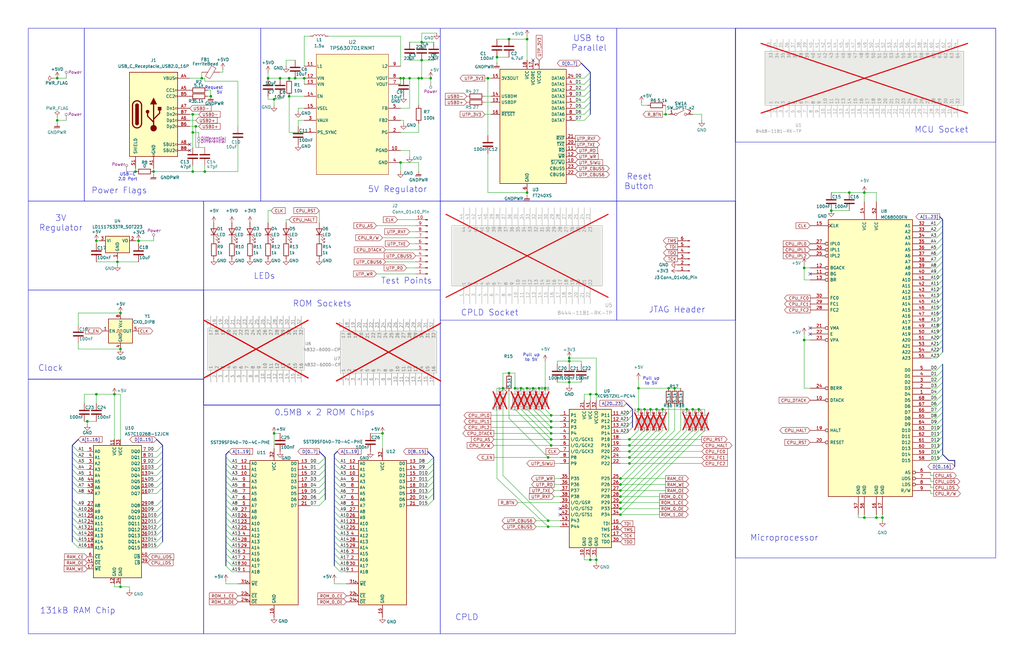
<source format=kicad_sch>
(kicad_sch (version 20231120) (generator "eeschema") (generator_version "8.0")
  (paper "B")
  (title_block (title "Single Board Computer") (date "2025-02-05") (rev "v3.8") (company "Letourneau University"))
  (junction (at 214.63 16.51))
  (junction (at 115.57 41.91))
  (junction (at 261.62 204.47))
  (junction (at 294.64 172.72))
  (junction (at 48.26 166.37))
  (junction (at 170.18 33.02))
  (junction (at 364.49 218.44))
  (junction (at 261.62 217.17))
  (junction (at 261.62 207.01))
  (junction (at 229.87 163.83))
  (junction (at 261.62 212.09))
  (junction (at 58.42 101.6))
  (junction (at 113.03 33.02))
  (junction (at 240.03 152.4))
  (junction (at 240.03 161.29))
  (junction (at 24.13 33.02))
  (junction (at 240.03 151.13))
  (junction (at 276.86 172.72))
  (junction (at 251.46 166.37))
  (junction (at 232.41 185.42))
  (junction (at 248.92 236.22))
  (junction (at 212.09 163.83))
  (junction (at 57.15 72.39))
  (junction (at 280.67 48.26))
  (junction (at 284.48 163.83))
  (junction (at 248.92 166.37))
  (junction (at 219.71 163.83))
  (junction (at 232.41 180.34))
  (junction (at 217.17 163.83))
  (junction (at 274.32 172.72))
  (junction (at 265.43 195.58))
  (junction (at 121.92 40.64))
  (junction (at 227.33 163.83))
  (junction (at 222.25 81.28))
  (junction (at 49.53 110.49))
  (junction (at 261.62 201.93))
  (junction (at 115.57 182.88))
  (junction (at 251.46 236.22))
  (junction (at 339.09 143.51))
  (junction (at 209.55 24.13))
  (junction (at 40.64 101.6))
  (junction (at 86.36 72.39))
  (junction (at 232.41 182.88))
  (junction (at 232.41 177.8))
  (junction (at 118.11 33.02))
  (junction (at 224.79 163.83))
  (junction (at 81.28 72.39))
  (junction (at 121.92 33.02))
  (junction (at 50.8 147.32))
  (junction (at 364.49 81.28))
  (junction (at 261.62 214.63))
  (junction (at 372.11 218.44))
  (junction (at 350.52 88.9))
  (junction (at 50.8 247.65))
  (junction (at 231.14 222.25))
  (junction (at 124.46 33.02))
  (junction (at 358.14 81.28))
  (junction (at 222.25 163.83))
  (junction (at 269.24 163.83))
  (junction (at 369.57 218.44))
  (junction (at 177.8 17.78))
  (junction (at 231.14 193.04))
  (junction (at 271.78 172.72))
  (junction (at 40.64 166.37))
  (junction (at 265.43 190.5))
  (junction (at 269.24 172.72))
  (junction (at 222.25 16.51))
  (junction (at 50.8 132.08))
  (junction (at 24.13 50.8))
  (junction (at 265.43 185.42))
  (junction (at 85.09 33.02))
  (junction (at 292.1 172.72))
  (junction (at 168.91 33.02))
  (junction (at 281.94 163.83))
  (junction (at 177.8 25.4))
  (junction (at 205.74 33.02))
  (junction (at 177.8 33.02))
  (junction (at 231.14 219.71))
  (junction (at 82.55 53.34))
  (junction (at 279.4 172.72))
  (junction (at 339.09 113.03))
  (junction (at 289.56 172.72))
  (junction (at 81.28 48.26))
  (junction (at 168.91 68.58))
  (junction (at 88.9 40.64))
  (junction (at 172.72 33.02))
  (junction (at 181.61 33.02))
  (junction (at 265.43 187.96))
  (junction (at 232.41 175.26))
  (junction (at 81.28 55.88))
  (junction (at 265.43 193.04))
  (junction (at 176.53 33.02))
  (junction (at 36.83 177.8))
  (junction (at 161.29 182.88))
  (junction (at 64.77 72.39))
  (junction (at 232.41 187.96))
  (junction (at 214.63 157.48))
  (junction (at 128.27 33.02))
  (junction (at 261.62 209.55))
  (no_connect (at 80.01 63.5))
  (no_connect (at 236.22 214.63))
  (no_connect (at 341.63 140.97))
  (no_connect (at 341.63 115.57))
  (no_connect (at 80.01 60.96))
  (no_connect (at 341.63 138.43))
  (no_connect (at 224.79 25.4))
  (no_connect (at 236.22 217.17))
  (bus_entry (at 140.97 215.9) (size 2.54 2.54))
  (bus_entry (at 246.38 33.02) (size 2.54 -2.54))
  (bus_entry (at 66.04 215.9) (size 2.54 -2.54))
  (bus_entry (at 246.38 45.72) (size 2.54 -2.54))
  (bus_entry (at 246.38 43.18) (size 2.54 -2.54))
  (bus_entry (at 246.38 40.64) (size 2.54 -2.54))
  (bus_entry (at 180.34 210.82) (size 2.54 -2.54))
  (bus_entry (at 66.04 190.5) (size 2.54 -2.54))
  (bus_entry (at 264.16 182.88) (size 2.54 -2.54))
  (bus_entry (at 140.97 195.58) (size 2.54 2.54))
  (bus_entry (at 30.48 198.12) (size 2.54 2.54))
  (bus_entry (at 394.97 113.03) (size 2.54 -2.54))
  (bus_entry (at 30.48 190.5) (size 2.54 2.54))
  (bus_entry (at 394.97 135.89) (size 2.54 -2.54))
  (bus_entry (at 66.04 213.36) (size 2.54 -2.54))
  (bus_entry (at 394.97 130.81) (size 2.54 -2.54))
  (bus_entry (at 394.97 168.91) (size 2.54 -2.54))
  (bus_entry (at 140.97 200.66) (size 2.54 2.54))
  (bus_entry (at 95.25 213.36) (size 2.54 2.54))
  (bus_entry (at 394.97 186.69) (size 2.54 -2.54))
  (bus_entry (at 394.97 105.41) (size 2.54 -2.54))
  (bus_entry (at 134.62 203.2) (size 2.54 -2.54))
  (bus_entry (at 180.34 200.66) (size 2.54 -2.54))
  (bus_entry (at 394.97 125.73) (size 2.54 -2.54))
  (bus_entry (at 134.62 195.58) (size 2.54 -2.54))
  (bus_entry (at 134.62 200.66) (size 2.54 -2.54))
  (bus_entry (at 394.97 148.59) (size 2.54 -2.54))
  (bus_entry (at 140.97 220.98) (size 2.54 2.54))
  (bus_entry (at 66.04 220.98) (size 2.54 -2.54))
  (bus_entry (at 394.97 163.83) (size 2.54 -2.54))
  (bus_entry (at 394.97 110.49) (size 2.54 -2.54))
  (bus_entry (at 394.97 143.51) (size 2.54 -2.54))
  (bus_entry (at 30.48 210.82) (size 2.54 2.54))
  (bus_entry (at 264.16 177.8) (size 2.54 -2.54))
  (bus_entry (at 134.62 208.28) (size 2.54 -2.54))
  (bus_entry (at 394.97 156.21) (size 2.54 -2.54))
  (bus_entry (at 66.04 195.58) (size 2.54 -2.54))
  (bus_entry (at 134.62 205.74) (size 2.54 -2.54))
  (bus_entry (at 95.25 226.06) (size 2.54 2.54))
  (bus_entry (at 95.25 228.6) (size 2.54 2.54))
  (bus_entry (at 95.25 203.2) (size 2.54 2.54))
  (bus_entry (at 180.34 198.12) (size 2.54 -2.54))
  (bus_entry (at 180.34 195.58) (size 2.54 -2.54))
  (bus_entry (at 30.48 223.52) (size 2.54 2.54))
  (bus_entry (at 394.97 194.31) (size 2.54 -2.54))
  (bus_entry (at 95.25 223.52) (size 2.54 2.54))
  (bus_entry (at 394.97 138.43) (size 2.54 -2.54))
  (bus_entry (at 394.97 184.15) (size 2.54 -2.54))
  (bus_entry (at 394.97 100.33) (size 2.54 -2.54))
  (bus_entry (at 66.04 223.52) (size 2.54 -2.54))
  (bus_entry (at 95.25 215.9) (size 2.54 2.54))
  (bus_entry (at 95.25 236.22) (size 2.54 2.54))
  (bus_entry (at 140.97 198.12) (size 2.54 2.54))
  (bus_entry (at 394.97 151.13) (size 2.54 -2.54))
  (bus_entry (at 140.97 213.36) (size 2.54 2.54))
  (bus_entry (at 394.97 140.97) (size 2.54 -2.54))
  (bus_entry (at 394.97 128.27) (size 2.54 -2.54))
  (bus_entry (at 394.97 171.45) (size 2.54 -2.54))
  (bus_entry (at 140.97 228.6) (size 2.54 2.54))
  (bus_entry (at 66.04 200.66) (size 2.54 -2.54))
  (bus_entry (at 140.97 226.06) (size 2.54 2.54))
  (bus_entry (at 394.97 120.65) (size 2.54 -2.54))
  (bus_entry (at 394.97 118.11) (size 2.54 -2.54))
  (bus_entry (at 394.97 166.37) (size 2.54 -2.54))
  (bus_entry (at 246.38 38.1) (size 2.54 -2.54))
  (bus_entry (at 66.04 228.6) (size 2.54 -2.54))
  (bus_entry (at 30.48 200.66) (size 2.54 2.54))
  (bus_entry (at 140.97 233.68) (size 2.54 2.54))
  (bus_entry (at 140.97 238.76) (size 2.54 2.54))
  (bus_entry (at 180.34 213.36) (size 2.54 -2.54))
  (bus_entry (at 394.97 179.07) (size 2.54 -2.54))
  (bus_entry (at 95.25 231.14) (size 2.54 2.54))
  (bus_entry (at 394.97 95.25) (size 2.54 -2.54))
  (bus_entry (at 30.48 213.36) (size 2.54 2.54))
  (bus_entry (at 30.48 193.04) (size 2.54 2.54))
  (bus_entry (at 30.48 220.98) (size 2.54 2.54))
  (bus_entry (at 180.34 203.2) (size 2.54 -2.54))
  (bus_entry (at 95.25 238.76) (size 2.54 2.54))
  (bus_entry (at 95.25 198.12) (size 2.54 2.54))
  (bus_entry (at 264.16 180.34) (size 2.54 -2.54))
  (bus_entry (at 394.97 161.29) (size 2.54 -2.54))
  (bus_entry (at 394.97 133.35) (size 2.54 -2.54))
  (bus_entry (at 66.04 205.74) (size 2.54 -2.54))
  (bus_entry (at 66.04 208.28) (size 2.54 -2.54))
  (bus_entry (at 394.97 102.87) (size 2.54 -2.54))
  (bus_entry (at 394.97 107.95) (size 2.54 -2.54))
  (bus_entry (at 180.34 208.28) (size 2.54 -2.54))
  (bus_entry (at 140.97 223.52) (size 2.54 2.54))
  (bus_entry (at 140.97 210.82) (size 2.54 2.54))
  (bus_entry (at 394.97 191.77) (size 2.54 -2.54))
  (bus_entry (at 140.97 236.22) (size 2.54 2.54))
  (bus_entry (at 30.48 187.96) (size 2.54 2.54))
  (bus_entry (at 394.97 158.75) (size 2.54 -2.54))
  (bus_entry (at 394.97 115.57) (size 2.54 -2.54))
  (bus_entry (at 140.97 208.28) (size 2.54 2.54))
  (bus_entry (at 246.38 35.56) (size 2.54 -2.54))
  (bus_entry (at 394.97 97.79) (size 2.54 -2.54))
  (bus_entry (at 140.97 193.04) (size 2.54 2.54))
  (bus_entry (at 66.04 203.2) (size 2.54 -2.54))
  (bus_entry (at 95.25 220.98) (size 2.54 2.54))
  (bus_entry (at 394.97 123.19) (size 2.54 -2.54))
  (bus_entry (at 95.25 205.74) (size 2.54 2.54))
  (bus_entry (at 140.97 205.74) (size 2.54 2.54))
  (bus_entry (at 246.38 48.26) (size 2.54 -2.54))
  (bus_entry (at 30.48 228.6) (size 2.54 2.54))
  (bus_entry (at 30.48 226.06) (size 2.54 2.54))
  (bus_entry (at 30.48 215.9) (size 2.54 2.54))
  (bus_entry (at 95.25 193.04) (size 2.54 2.54))
  (bus_entry (at 95.25 233.68) (size 2.54 2.54))
  (bus_entry (at 95.25 218.44) (size 2.54 2.54))
  (bus_entry (at 30.48 218.44) (size 2.54 2.54))
  (bus_entry (at 66.04 198.12) (size 2.54 -2.54))
  (bus_entry (at 30.48 205.74) (size 2.54 2.54))
  (bus_entry (at 394.97 146.05) (size 2.54 -2.54))
  (bus_entry (at 30.48 203.2) (size 2.54 2.54))
  (bus_entry (at 95.25 200.66) (size 2.54 2.54))
  (bus_entry (at 394.97 173.99) (size 2.54 -2.54))
  (bus_entry (at 95.25 210.82) (size 2.54 2.54))
  (bus_entry (at 140.97 218.44) (size 2.54 2.54))
  (bus_entry (at 134.62 198.12) (size 2.54 -2.54))
  (bus_entry (at 134.62 210.82) (size 2.54 -2.54))
  (bus_entry (at 134.62 213.36) (size 2.54 -2.54))
  (bus_entry (at 246.38 50.8) (size 2.54 -2.54))
  (bus_entry (at 66.04 226.06) (size 2.54 -2.54))
  (bus_entry (at 66.04 193.04) (size 2.54 -2.54))
  (bus_entry (at 30.48 195.58) (size 2.54 2.54))
  (bus_entry (at 140.97 231.14) (size 2.54 2.54))
  (bus_entry (at 140.97 203.2) (size 2.54 2.54))
  (bus_entry (at 394.97 176.53) (size 2.54 -2.54))
  (bus_entry (at 394.97 189.23) (size 2.54 -2.54))
  (bus_entry (at 95.25 208.28) (size 2.54 2.54))
  (bus_entry (at 394.97 181.61) (size 2.54 -2.54))
  (bus_entry (at 180.34 205.74) (size 2.54 -2.54))
  (bus_entry (at 95.25 195.58) (size 2.54 2.54))
  (bus_entry (at 66.04 231.14) (size 2.54 -2.54))
  (bus_entry (at 66.04 218.44) (size 2.54 -2.54))
  (bus_entry (at 264.16 175.26) (size 2.54 -2.54))
  (bus (pts (xy 397.51 140.97) (xy 397.51 143.51)))
  (wire (pts (xy 242.57 45.72) (xy 246.38 45.72)))
  (wire (pts (xy 121.92 33.02) (xy 124.46 33.02)))
  (bus (pts (xy 397.51 123.19) (xy 397.51 125.73)))
  (wire (pts (xy 97.79 195.58) (xy 100.33 195.58)))
  (wire (pts (xy 392.43 110.49) (xy 394.97 110.49)))
  (wire (pts (xy 251.46 236.22) (xy 251.46 237.49)))
  (wire (pts (xy 86.36 34.29) (xy 100.33 34.29)))
  (wire (pts (xy 62.23 203.2) (xy 66.04 203.2)))
  (wire (pts (xy 205.74 81.28) (xy 222.25 81.28)))
  (bus (pts (xy 397.51 107.95) (xy 397.51 110.49)))
  (wire (pts (xy 222.25 82.55) (xy 222.25 81.28)))
  (wire (pts (xy 40.64 166.37) (xy 35.56 166.37)))
  (wire (pts (xy 261.62 217.17) (xy 278.13 217.17)))
  (bus (pts (xy 397.51 130.81) (xy 397.51 133.35)))
  (wire (pts (xy 172.72 102.87) (xy 175.26 102.87)))
  (wire (pts (xy 392.43 176.53) (xy 394.97 176.53)))
  (wire (pts (xy 392.43 200.66) (xy 392.43 199.39)))
  (bus (pts (xy 68.58 218.44) (xy 68.58 215.9)))
  (wire (pts (xy 143.51 231.14) (xy 146.05 231.14)))
  (wire (pts (xy 40.64 110.49) (xy 49.53 110.49)))
  (wire (pts (xy 392.43 143.51) (xy 394.97 143.51)))
  (wire (pts (xy 128.27 15.24) (xy 128.27 27.94)))
  (wire (pts (xy 392.43 204.47) (xy 392.43 205.74)))
  (wire (pts (xy 97.79 226.06) (xy 100.33 226.06)))
  (wire (pts (xy 392.43 97.79) (xy 394.97 97.79)))
  (bus (pts (xy 402.59 194.31) (xy 400.05 194.31)))
  (wire (pts (xy 270.51 44.45) (xy 273.05 44.45)))
  (bus (pts (xy 397.51 166.37) (xy 397.51 168.91)))
  (wire (pts (xy 48.26 166.37) (xy 48.26 185.42)))
  (wire (pts (xy 33.02 144.78) (xy 33.02 147.32)))
  (wire (pts (xy 120.65 25.4) (xy 124.46 25.4)))
  (wire (pts (xy 85.09 30.48) (xy 85.09 33.02)))
  (wire (pts (xy 229.87 163.83) (xy 229.87 165.1)))
  (wire (pts (xy 392.43 140.97) (xy 394.97 140.97)))
  (wire (pts (xy 207.01 175.26) (xy 232.41 175.26)))
  (wire (pts (xy 269.24 163.83) (xy 269.24 172.72)))
  (wire (pts (xy 392.43 168.91) (xy 394.97 168.91)))
  (wire (pts (xy 393.7 203.2) (xy 392.43 203.2)))
  (wire (pts (xy 97.79 233.68) (xy 100.33 233.68)))
  (wire (pts (xy 392.43 123.19) (xy 394.97 123.19)))
  (wire (pts (xy 276.86 172.72) (xy 279.4 172.72)))
  (wire (pts (xy 140.97 245.11) (xy 140.97 246.38)))
  (wire (pts (xy 162.56 110.49) (xy 175.26 110.49)))
  (wire (pts (xy 33.02 198.12) (xy 36.83 198.12)))
  (bus (pts (xy 248.92 43.18) (xy 248.92 40.64)))
  (wire (pts (xy 217.17 157.48) (xy 217.17 163.83)))
  (wire (pts (xy 217.17 163.83) (xy 219.71 163.83)))
  (wire (pts (xy 242.57 35.56) (xy 246.38 35.56)))
  (wire (pts (xy 170.18 33.02) (xy 168.91 33.02)))
  (bus (pts (xy 397.51 153.67) (xy 397.51 156.21)))
  (wire (pts (xy 143.51 236.22) (xy 146.05 236.22)))
  (wire (pts (xy 62.23 215.9) (xy 66.04 215.9)))
  (wire (pts (xy 143.51 218.44) (xy 146.05 218.44)))
  (wire (pts (xy 280.67 44.45) (xy 280.67 48.26)))
  (wire (pts (xy 392.43 105.41) (xy 394.97 105.41)))
  (wire (pts (xy 392.43 133.35) (xy 394.97 133.35)))
  (wire (pts (xy 234.95 161.29) (xy 240.03 161.29)))
  (wire (pts (xy 176.53 200.66) (xy 180.34 200.66)))
  (wire (pts (xy 261.62 214.63) (xy 278.13 214.63)))
  (wire (pts (xy 24.13 33.02) (xy 22.86 33.02)))
  (wire (pts (xy 204.47 40.64) (xy 207.01 40.64)))
  (wire (pts (xy 287.02 171.45) (xy 287.02 181.61)))
  (wire (pts (xy 134.62 88.9) (xy 134.62 93.98)))
  (wire (pts (xy 177.8 17.78) (xy 182.88 17.78)))
  (wire (pts (xy 392.43 128.27) (xy 394.97 128.27)))
  (wire (pts (xy 176.53 68.58) (xy 176.53 72.39)))
  (bus (pts (xy 397.51 110.49) (xy 397.51 113.03)))
  (bus (pts (xy 245.11 26.67) (xy 248.92 30.48)))
  (bus (pts (xy 397.51 118.11) (xy 397.51 120.65)))
  (wire (pts (xy 33.02 203.2) (xy 36.83 203.2)))
  (wire (pts (xy 92.71 30.48) (xy 93.98 30.48)))
  (wire (pts (xy 224.79 163.83) (xy 227.33 163.83)))
  (wire (pts (xy 170.18 50.8) (xy 170.18 52.07)))
  (wire (pts (xy 170.18 33.02) (xy 172.72 33.02)))
  (wire (pts (xy 49.53 109.22) (xy 49.53 110.49)))
  (wire (pts (xy 33.02 215.9) (xy 36.83 215.9)))
  (wire (pts (xy 97.79 231.14) (xy 100.33 231.14)))
  (wire (pts (xy 168.91 68.58) (xy 168.91 72.39)))
  (wire (pts (xy 143.51 228.6) (xy 146.05 228.6)))
  (bus (pts (xy 182.88 205.74) (xy 182.88 203.2)))
  (bus (pts (xy 397.51 105.41) (xy 397.51 107.95)))
  (wire (pts (xy 176.53 213.36) (xy 180.34 213.36)))
  (wire (pts (xy 86.36 33.02) (xy 86.36 34.29)))
  (wire (pts (xy 115.57 182.88) (xy 115.57 189.23)))
  (bus (pts (xy 137.16 210.82) (xy 137.16 208.28)))
  (wire (pts (xy 261.62 175.26) (xy 264.16 175.26)))
  (wire (pts (xy 284.48 181.61) (xy 261.62 204.47)))
  (wire (pts (xy 209.55 172.72) (xy 209.55 201.93)))
  (bus (pts (xy 397.51 95.25) (xy 397.51 97.79)))
  (wire (pts (xy 88.9 38.1) (xy 88.9 40.64)))
  (wire (pts (xy 240.03 161.29) (xy 240.03 162.56)))
  (wire (pts (xy 209.55 16.51) (xy 214.63 16.51)))
  (bus (pts (xy 140.97 215.9) (xy 140.97 213.36)))
  (wire (pts (xy 48.26 166.37) (xy 50.8 166.37)))
  (bus (pts (xy 30.48 198.12) (xy 30.48 195.58)))
  (wire (pts (xy 80.01 50.8) (xy 82.55 50.8)))
  (wire (pts (xy 54.61 247.65) (xy 54.61 248.92)))
  (wire (pts (xy 97.79 203.2) (xy 100.33 203.2)))
  (wire (pts (xy 176.53 52.07) (xy 176.53 55.88)))
  (wire (pts (xy 97.79 236.22) (xy 100.33 236.22)))
  (wire (pts (xy 81.28 48.26) (xy 81.28 55.88)))
  (wire (pts (xy 81.28 55.88) (xy 81.28 62.23)))
  (wire (pts (xy 208.28 187.96) (xy 232.41 187.96)))
  (bus (pts (xy 30.48 203.2) (xy 30.48 200.66)))
  (wire (pts (xy 265.43 195.58) (xy 261.62 195.58)))
  (wire (pts (xy 295.91 190.5) (xy 265.43 190.5)))
  (wire (pts (xy 49.53 110.49) (xy 49.53 111.76)))
  (wire (pts (xy 392.43 95.25) (xy 394.97 95.25)))
  (wire (pts (xy 125.73 45.72) (xy 128.27 45.72)))
  (wire (pts (xy 392.43 113.03) (xy 394.97 113.03)))
  (bus (pts (xy 140.97 228.6) (xy 140.97 226.06)))
  (bus (pts (xy 140.97 208.28) (xy 140.97 205.74)))
  (wire (pts (xy 392.43 125.73) (xy 394.97 125.73)))
  (wire (pts (xy 48.26 247.65) (xy 48.26 246.38)))
  (wire (pts (xy 289.56 172.72) (xy 292.1 172.72)))
  (wire (pts (xy 217.17 172.72) (xy 232.41 187.96)))
  (wire (pts (xy 269.24 163.83) (xy 281.94 163.83)))
  (wire (pts (xy 339.09 113.03) (xy 341.63 113.03)))
  (wire (pts (xy 392.43 130.81) (xy 394.97 130.81)))
  (bus (pts (xy 397.51 133.35) (xy 397.51 135.89)))
  (wire (pts (xy 219.71 163.83) (xy 219.71 165.1)))
  (wire (pts (xy 143.51 215.9) (xy 146.05 215.9)))
  (wire (pts (xy 212.09 157.48) (xy 214.63 157.48)))
  (wire (pts (xy 62.23 205.74) (xy 66.04 205.74)))
  (wire (pts (xy 392.43 135.89) (xy 394.97 135.89)))
  (bus (pts (xy 397.51 189.23) (xy 397.51 191.77)))
  (bus (pts (xy 30.48 205.74) (xy 30.48 210.82)))
  (wire (pts (xy 97.79 215.9) (xy 100.33 215.9)))
  (wire (pts (xy 271.78 181.61) (xy 265.43 187.96)))
  (wire (pts (xy 204.47 48.26) (xy 207.01 48.26)))
  (wire (pts (xy 24.13 50.8) (xy 27.94 50.8)))
  (bus (pts (xy 30.48 200.66) (xy 30.48 198.12)))
  (wire (pts (xy 226.06 219.71) (xy 231.14 219.71)))
  (wire (pts (xy 121.92 40.64) (xy 121.92 55.88)))
  (wire (pts (xy 113.03 33.02) (xy 118.11 33.02)))
  (wire (pts (xy 33.02 228.6) (xy 36.83 228.6)))
  (bus (pts (xy 95.25 238.76) (xy 95.25 236.22)))
  (wire (pts (xy 97.79 241.3) (xy 100.33 241.3)))
  (bus (pts (xy 248.92 38.1) (xy 248.92 35.56)))
  (bus (pts (xy 137.16 195.58) (xy 137.16 193.04)))
  (wire (pts (xy 97.79 205.74) (xy 100.33 205.74)))
  (wire (pts (xy 369.57 81.28) (xy 369.57 85.09)))
  (wire (pts (xy 261.62 209.55) (xy 278.13 209.55)))
  (wire (pts (xy 294.64 181.61) (xy 261.62 214.63)))
  (wire (pts (xy 224.79 163.83) (xy 224.79 165.1)))
  (wire (pts (xy 158.75 95.25) (xy 175.26 95.25)))
  (wire (pts (xy 350.52 88.9) (xy 358.14 88.9)))
  (wire (pts (xy 50.8 166.37) (xy 50.8 185.42)))
  (bus (pts (xy 397.51 161.29) (xy 397.51 163.83)))
  (wire (pts (xy 392.43 171.45) (xy 394.97 171.45)))
  (wire (pts (xy 227.33 163.83) (xy 229.87 163.83)))
  (wire (pts (xy 279.4 48.26) (xy 280.67 48.26)))
  (bus (pts (xy 248.92 33.02) (xy 248.92 30.48)))
  (polyline (pts (xy 142.24 95.885) (xy 142.24 95.885)) (stroke (width 0) (type dash)))
  (wire (pts (xy 86.36 69.85) (xy 86.36 72.39)))
  (bus (pts (xy 397.51 97.79) (xy 397.51 100.33)))
  (wire (pts (xy 176.53 195.58) (xy 180.34 195.58)))
  (wire (pts (xy 81.28 55.88) (xy 83.82 55.88)))
  (wire (pts (xy 392.43 186.69) (xy 394.97 186.69)))
  (wire (pts (xy 100.33 60.96) (xy 100.33 72.39)))
  (bus (pts (xy 140.97 195.58) (xy 140.97 193.04)))
  (wire (pts (xy 242.57 50.8) (xy 246.38 50.8)))
  (wire (pts (xy 143.51 241.3) (xy 146.05 241.3)))
  (wire (pts (xy 209.55 24.13) (xy 209.55 26.67)))
  (wire (pts (xy 204.47 43.18) (xy 207.01 43.18)))
  (wire (pts (xy 168.91 68.58) (xy 176.53 68.58)))
  (bus (pts (xy 137.16 200.66) (xy 137.16 198.12)))
  (wire (pts (xy 143.51 195.58) (xy 146.05 195.58)))
  (wire (pts (xy 208.28 193.04) (xy 231.14 193.04)))
  (wire (pts (xy 62.23 220.98) (xy 66.04 220.98)))
  (wire (pts (xy 245.11 152.4) (xy 240.03 152.4)))
  (wire (pts (xy 168.91 15.24) (xy 168.91 27.94)))
  (bus (pts (xy 68.58 220.98) (xy 68.58 218.44)))
  (wire (pts (xy 364.49 81.28) (xy 369.57 81.28)))
  (wire (pts (xy 81.28 72.39) (xy 86.36 72.39)))
  (wire (pts (xy 97.79 200.66) (xy 100.33 200.66)))
  (bus (pts (xy 30.48 228.6) (xy 30.48 226.06)))
  (bus (pts (xy 248.92 48.26) (xy 248.92 45.72)))
  (wire (pts (xy 295.91 187.96) (xy 265.43 187.96)))
  (wire (pts (xy 207.01 177.8) (xy 232.41 177.8)))
  (bus (pts (xy 140.97 210.82) (xy 140.97 208.28)))
  (wire (pts (xy 265.43 185.42) (xy 261.62 185.42)))
  (bus (pts (xy 140.97 236.22) (xy 140.97 233.68)))
  (wire (pts (xy 392.43 115.57) (xy 394.97 115.57)))
  (wire (pts (xy 204.47 33.02) (xy 205.74 33.02)))
  (bus (pts (xy 248.92 40.64) (xy 248.92 38.1)))
  (wire (pts (xy 209.55 24.13) (xy 214.63 24.13)))
  (wire (pts (xy 53.34 72.39) (xy 57.15 72.39)))
  (wire (pts (xy 168.91 50.8) (xy 170.18 50.8)))
  (bus (pts (xy 30.48 223.52) (xy 30.48 220.98)))
  (wire (pts (xy 118.11 33.02) (xy 121.92 33.02)))
  (bus (pts (xy 182.88 198.12) (xy 182.88 195.58)))
  (wire (pts (xy 35.56 166.37) (xy 35.56 170.18)))
  (wire (pts (xy 24.13 49.53) (xy 24.13 50.8)))
  (wire (pts (xy 33.02 132.08) (xy 50.8 132.08)))
  (wire (pts (xy 214.63 16.51) (xy 222.25 16.51)))
  (wire (pts (xy 40.64 101.6) (xy 41.91 101.6)))
  (wire (pts (xy 222.25 163.83) (xy 222.25 165.1)))
  (wire (pts (xy 97.79 228.6) (xy 100.33 228.6)))
  (wire (pts (xy 295.91 50.8) (xy 295.91 48.26)))
  (wire (pts (xy 143.51 200.66) (xy 146.05 200.66)))
  (wire (pts (xy 36.83 177.8) (xy 40.64 177.8)))
  (wire (pts (xy 392.43 118.11) (xy 394.97 118.11)))
  (wire (pts (xy 248.92 166.37) (xy 248.92 168.91)))
  (wire (pts (xy 130.81 195.58) (xy 134.62 195.58)))
  (wire (pts (xy 130.81 205.74) (xy 134.62 205.74)))
  (wire (pts (xy 364.49 81.28) (xy 364.49 85.09)))
  (bus (pts (xy 397.51 100.33) (xy 397.51 102.87)))
  (wire (pts (xy 207.01 180.34) (xy 232.41 180.34)))
  (wire (pts (xy 172.72 63.5) (xy 172.72 66.04)))
  (wire (pts (xy 261.62 204.47) (xy 280.67 204.47)))
  (bus (pts (xy 397.51 113.03) (xy 397.51 115.57)))
  (wire (pts (xy 130.81 203.2) (xy 134.62 203.2)))
  (wire (pts (xy 214.63 165.1) (xy 214.63 176.53)))
  (bus (pts (xy 95.25 208.28) (xy 95.25 205.74)))
  (wire (pts (xy 271.78 172.72) (xy 274.32 172.72)))
  (wire (pts (xy 279.4 172.72) (xy 289.56 172.72)))
  (wire (pts (xy 261.62 207.01) (xy 280.67 207.01)))
  (bus (pts (xy 397.51 158.75) (xy 397.51 161.29)))
  (wire (pts (xy 121.92 40.64) (xy 128.27 40.64)))
  (wire (pts (xy 232.41 185.42) (xy 236.22 185.42)))
  (wire (pts (xy 265.43 193.04) (xy 261.62 193.04)))
  (wire (pts (xy 229.87 152.4) (xy 229.87 163.83)))
  (wire (pts (xy 64.77 72.39) (xy 81.28 72.39)))
  (wire (pts (xy 269.24 172.72) (xy 271.78 172.72)))
  (wire (pts (xy 168.91 55.88) (xy 176.53 55.88)))
  (wire (pts (xy 113.03 40.64) (xy 113.03 41.91)))
  (bus (pts (xy 95.25 210.82) (xy 95.25 208.28)))
  (wire (pts (xy 97.79 210.82) (xy 100.33 210.82)))
  (wire (pts (xy 120.65 92.71) (xy 120.65 93.98)))
  (bus (pts (xy 397.51 143.51) (xy 397.51 146.05)))
  (bus (pts (xy 95.25 218.44) (xy 95.25 215.9)))
  (wire (pts (xy 212.09 172.72) (xy 212.09 200.66)))
  (wire (pts (xy 172.72 25.4) (xy 177.8 25.4)))
  (wire (pts (xy 289.56 181.61) (xy 261.62 209.55)))
  (wire (pts (xy 125.73 50.8) (xy 128.27 50.8)))
  (wire (pts (xy 113.03 41.91) (xy 115.57 41.91)))
  (wire (pts (xy 393.7 200.66) (xy 392.43 200.66)))
  (bus (pts (xy 95.25 236.22) (xy 95.25 233.68)))
  (bus (pts (xy 68.58 223.52) (xy 68.58 220.98)))
  (wire (pts (xy 138.43 15.24) (xy 168.91 15.24)))
  (wire (pts (xy 369.57 218.44) (xy 372.11 218.44)))
  (wire (pts (xy 339.09 143.51) (xy 341.63 143.51)))
  (wire (pts (xy 205.74 33.02) (xy 205.74 57.15)))
  (wire (pts (xy 226.06 222.25) (xy 231.14 222.25)))
  (bus (pts (xy 68.58 190.5) (xy 68.58 187.96)))
  (bus (pts (xy 397.51 92.71) (xy 397.51 95.25)))
  (bus (pts (xy 95.25 195.58) (xy 95.25 193.04)))
  (bus (pts (xy 140.97 226.06) (xy 140.97 223.52)))
  (wire (pts (xy 297.18 181.61) (xy 261.62 217.17)))
  (wire (pts (xy 93.98 30.48) (xy 93.98 29.21)))
  (wire (pts (xy 392.43 173.99) (xy 394.97 173.99)))
  (wire (pts (xy 361.95 218.44) (xy 364.49 218.44)))
  (wire (pts (xy 261.62 177.8) (xy 264.16 177.8)))
  (bus (pts (xy 137.16 198.12) (xy 137.16 195.58)))
  (wire (pts (xy 233.68 209.55) (xy 236.22 209.55)))
  (wire (pts (xy 176.53 208.28) (xy 180.34 208.28)))
  (wire (pts (xy 82.55 53.34) (xy 82.55 62.23)))
  (wire (pts (xy 33.02 223.52) (xy 36.83 223.52)))
  (wire (pts (xy 177.8 13.97) (xy 177.8 17.78)))
  (wire (pts (xy 284.48 171.45) (xy 284.48 181.61)))
  (bus (pts (xy 68.58 215.9) (xy 68.58 213.36)))
  (wire (pts (xy 218.44 212.09) (xy 236.22 212.09)))
  (bus (pts (xy 140.97 218.44) (xy 140.97 215.9)))
  (wire (pts (xy 339.09 113.03) (xy 339.09 118.11)))
  (wire (pts (xy 97.79 213.36) (xy 100.33 213.36)))
  (wire (pts (xy 120.65 92.71) (xy 121.92 92.71)))
  (wire (pts (xy 222.25 16.51) (xy 222.25 25.4)))
  (wire (pts (xy 229.87 172.72) (xy 232.41 175.26)))
  (wire (pts (xy 209.55 163.83) (xy 212.09 163.83)))
  (bus (pts (xy 182.88 203.2) (xy 182.88 200.66)))
  (wire (pts (xy 392.43 163.83) (xy 394.97 163.83)))
  (wire (pts (xy 143.51 220.98) (xy 146.05 220.98)))
  (wire (pts (xy 297.18 172.72) (xy 297.18 173.99)))
  (wire (pts (xy 222.25 15.24) (xy 222.25 16.51)))
  (wire (pts (xy 261.62 201.93) (xy 280.67 201.93)))
  (wire (pts (xy 261.62 180.34) (xy 264.16 180.34)))
  (bus (pts (xy 68.58 193.04) (xy 68.58 190.5)))
  (wire (pts (xy 58.42 101.6) (xy 64.77 101.6)))
  (wire (pts (xy 369.57 217.17) (xy 369.57 218.44)))
  (wire (pts (xy 176.53 205.74) (xy 180.34 205.74)))
  (bus (pts (xy 33.02 185.42) (xy 30.48 187.96)))
  (wire (pts (xy 240.03 161.29) (xy 245.11 161.29)))
  (wire (pts (xy 62.23 193.04) (xy 66.04 193.04)))
  (wire (pts (xy 245.11 152.4) (xy 245.11 153.67)))
  (wire (pts (xy 176.53 33.02) (xy 176.53 44.45)))
  (bus (pts (xy 68.58 210.82) (xy 68.58 205.74)))
  (wire (pts (xy 85.09 33.02) (xy 86.36 33.02)))
  (wire (pts (xy 269.24 172.72) (xy 269.24 173.99)))
  (wire (pts (xy 292.1 172.72) (xy 292.1 173.99)))
  (wire (pts (xy 83.82 48.26) (xy 81.28 48.26)))
  (bus (pts (xy 137.16 208.28) (xy 137.16 205.74)))
  (bus (pts (xy 140.97 223.52) (xy 140.97 220.98)))
  (wire (pts (xy 242.57 43.18) (xy 246.38 43.18)))
  (wire (pts (xy 232.41 175.26) (xy 236.22 175.26)))
  (wire (pts (xy 24.13 33.02) (xy 27.94 33.02)))
  (wire (pts (xy 242.57 38.1) (xy 246.38 38.1)))
  (wire (pts (xy 172.72 97.79) (xy 175.26 97.79)))
  (wire (pts (xy 140.97 246.38) (xy 146.05 246.38)))
  (wire (pts (xy 115.57 182.88) (xy 118.11 182.88)))
  (wire (pts (xy 176.53 203.2) (xy 180.34 203.2)))
  (bus (pts (xy 140.97 220.98) (xy 140.97 218.44)))
  (wire (pts (xy 209.55 201.93) (xy 231.14 222.25)))
  (wire (pts (xy 265.43 187.96) (xy 261.62 187.96)))
  (wire (pts (xy 339.09 163.83) (xy 341.63 163.83)))
  (wire (pts (xy 62.23 195.58) (xy 66.04 195.58)))
  (wire (pts (xy 205.74 64.77) (xy 205.74 81.28)))
  (wire (pts (xy 115.57 41.91) (xy 115.57 44.45)))
  (bus (pts (xy 68.58 187.96) (xy 66.04 185.42)))
  (bus (pts (xy 95.25 231.14) (xy 95.25 228.6)))
  (bus (pts (xy 140.97 205.74) (xy 140.97 203.2)))
  (wire (pts (xy 212.09 157.48) (xy 212.09 163.83)))
  (bus (pts (xy 397.51 156.21) (xy 397.51 158.75)))
  (wire (pts (xy 208.28 182.88) (xy 232.41 182.88)))
  (wire (pts (xy 62.23 198.12) (xy 66.04 198.12)))
  (wire (pts (xy 361.95 217.17) (xy 361.95 218.44)))
  (bus (pts (xy 397.51 135.89) (xy 397.51 138.43)))
  (wire (pts (xy 168.91 63.5) (xy 172.72 63.5)))
  (wire (pts (xy 295.91 195.58) (xy 265.43 195.58)))
  (wire (pts (xy 50.8 247.65) (xy 54.61 247.65)))
  (wire (pts (xy 209.55 163.83) (xy 209.55 165.1)))
  (wire (pts (xy 36.83 179.07) (xy 36.83 177.8)))
  (wire (pts (xy 364.49 218.44) (xy 369.57 218.44)))
  (wire (pts (xy 167.64 92.71) (xy 175.26 92.71)))
  (wire (pts (xy 392.43 184.15) (xy 394.97 184.15)))
  (wire (pts (xy 358.14 81.28) (xy 364.49 81.28)))
  (wire (pts (xy 392.43 166.37) (xy 394.97 166.37)))
  (bus (pts (xy 137.16 205.74) (xy 137.16 203.2)))
  (wire (pts (xy 276.86 172.72) (xy 276.86 173.99)))
  (bus (pts (xy 134.62 190.5) (xy 137.16 193.04)))
  (wire (pts (xy 392.43 146.05) (xy 394.97 146.05)))
  (wire (pts (xy 121.92 55.88) (xy 128.27 55.88)))
  (wire (pts (xy 35.56 177.8) (xy 36.83 177.8)))
  (wire (pts (xy 214.63 176.53) (xy 231.14 193.04)))
  (wire (pts (xy 274.32 172.72) (xy 276.86 172.72)))
  (wire (pts (xy 240.03 151.13) (xy 240.03 152.4)))
  (wire (pts (xy 100.33 34.29) (xy 100.33 53.34)))
  (bus (pts (xy 30.48 195.58) (xy 30.48 193.04)))
  (bus (pts (xy 30.48 190.5) (xy 30.48 187.96)))
  (bus (pts (xy 397.51 184.15) (xy 397.51 186.69)))
  (wire (pts (xy 143.51 233.68) (xy 146.05 233.68)))
  (bus (pts (xy 68.58 205.74) (xy 68.58 203.2)))
  (wire (pts (xy 125.73 50.8) (xy 125.73 53.34)))
  (wire (pts (xy 271.78 172.72) (xy 271.78 173.99)))
  (bus (pts (xy 182.88 208.28) (xy 182.88 205.74)))
  (wire (pts (xy 114.3 88.9) (xy 113.03 88.9)))
  (wire (pts (xy 392.43 100.33) (xy 394.97 100.33)))
  (bus (pts (xy 397.51 179.07) (xy 397.51 181.61)))
  (wire (pts (xy 392.43 107.95) (xy 394.97 107.95)))
  (bus (pts (xy 30.48 193.04) (xy 30.48 190.5)))
  (wire (pts (xy 295.91 48.26) (xy 292.1 48.26)))
  (bus (pts (xy 137.16 203.2) (xy 137.16 200.66)))
  (wire (pts (xy 177.8 25.4) (xy 182.88 25.4)))
  (wire (pts (xy 172.72 33.02) (xy 176.53 33.02)))
  (wire (pts (xy 33.02 200.66) (xy 36.83 200.66)))
  (wire (pts (xy 177.8 25.4) (xy 177.8 33.02)))
  (wire (pts (xy 161.29 100.33) (xy 175.26 100.33)))
  (bus (pts (xy 68.58 200.66) (xy 68.58 198.12)))
  (wire (pts (xy 177.8 33.02) (xy 181.61 33.02)))
  (wire (pts (xy 251.46 166.37) (xy 251.46 168.91)))
  (wire (pts (xy 217.17 163.83) (xy 217.17 165.1)))
  (wire (pts (xy 392.43 161.29) (xy 394.97 161.29)))
  (bus (pts (xy 400.05 194.31) (xy 397.51 191.77)))
  (bus (pts (xy 397.51 125.73) (xy 397.51 128.27)))
  (wire (pts (xy 212.09 163.83) (xy 212.09 165.1)))
  (wire (pts (xy 24.13 50.8) (xy 24.13 52.07)))
  (wire (pts (xy 128.27 15.24) (xy 130.81 15.24)))
  (wire (pts (xy 276.86 181.61) (xy 265.43 193.04)))
  (wire (pts (xy 246.38 166.37) (xy 248.92 166.37)))
  (wire (pts (xy 143.51 213.36) (xy 146.05 213.36)))
  (wire (pts (xy 33.02 205.74) (xy 36.83 205.74)))
  (bus (pts (xy 397.51 176.53) (xy 397.51 179.07)))
  (wire (pts (xy 233.68 204.47) (xy 236.22 204.47)))
  (wire (pts (xy 87.63 40.64) (xy 88.9 40.64)))
  (bus (pts (xy 30.48 218.44) (xy 30.48 215.9)))
  (wire (pts (xy 392.43 203.2) (xy 392.43 201.93)))
  (wire (pts (xy 232.41 187.96) (xy 236.22 187.96)))
  (wire (pts (xy 261.62 212.09) (xy 278.13 212.09)))
  (bus (pts (xy 397.51 120.65) (xy 397.51 123.19)))
  (wire (pts (xy 392.43 138.43) (xy 394.97 138.43)))
  (wire (pts (xy 232.41 182.88) (xy 236.22 182.88)))
  (wire (pts (xy 392.43 181.61) (xy 394.97 181.61)))
  (wire (pts (xy 248.92 234.95) (xy 248.92 236.22)))
  (wire (pts (xy 240.03 152.4) (xy 234.95 152.4)))
  (wire (pts (xy 33.02 231.14) (xy 36.83 231.14)))
  (wire (pts (xy 33.02 132.08) (xy 33.02 137.16)))
  (wire (pts (xy 97.79 218.44) (xy 100.33 218.44)))
  (bus (pts (xy 68.58 226.06) (xy 68.58 223.52)))
  (bus (pts (xy 140.97 203.2) (xy 140.97 200.66)))
  (wire (pts (xy 392.43 191.77) (xy 394.97 191.77)))
  (bus (pts (xy 397.51 181.61) (xy 397.51 184.15)))
  (wire (pts (xy 270.51 44.45) (xy 270.51 43.18)))
  (wire (pts (xy 40.64 166.37) (xy 40.64 170.18)))
  (bus (pts (xy 182.88 210.82) (xy 182.88 208.28)))
  (wire (pts (xy 269.24 181.61) (xy 265.43 185.42)))
  (wire (pts (xy 246.38 234.95) (xy 246.38 236.22)))
  (wire (pts (xy 158.75 115.57) (xy 175.26 115.57)))
  (wire (pts (xy 227.33 172.72) (xy 232.41 177.8)))
  (wire (pts (xy 143.51 223.52) (xy 146.05 223.52)))
  (bus (pts (xy 397.51 173.99) (xy 397.51 176.53)))
  (wire (pts (xy 392.43 207.01) (xy 392.43 208.28)))
  (wire (pts (xy 172.72 17.78) (xy 177.8 17.78)))
  (bus (pts (xy 402.59 194.31) (xy 402.59 196.85)))
  (wire (pts (xy 392.43 158.75) (xy 394.97 158.75)))
  (wire (pts (xy 97.79 208.28) (xy 100.33 208.28)))
  (wire (pts (xy 339.09 140.97) (xy 339.09 143.51)))
  (wire (pts (xy 64.77 71.12) (xy 64.77 72.39)))
  (bus (pts (xy 30.48 215.9) (xy 30.48 213.36)))
  (wire (pts (xy 281.94 171.45) (xy 281.94 181.61)))
  (wire (pts (xy 33.02 213.36) (xy 36.83 213.36)))
  (wire (pts (xy 143.51 198.12) (xy 146.05 198.12)))
  (wire (pts (xy 392.43 208.28) (xy 393.7 208.28)))
  (wire (pts (xy 251.46 166.37) (xy 248.92 166.37)))
  (wire (pts (xy 242.57 40.64) (xy 246.38 40.64)))
  (wire (pts (xy 33.02 218.44) (xy 36.83 218.44)))
  (wire (pts (xy 130.81 198.12) (xy 134.62 198.12)))
  (wire (pts (xy 294.64 172.72) (xy 297.18 172.72)))
  (wire (pts (xy 269.24 160.02) (xy 269.24 163.83)))
  (wire (pts (xy 392.43 151.13) (xy 394.97 151.13)))
  (wire (pts (xy 392.43 102.87) (xy 394.97 102.87)))
  (bus (pts (xy 95.25 193.04) (xy 95.25 191.77)))
  (bus (pts (xy 95.25 205.74) (xy 95.25 203.2)))
  (wire (pts (xy 177.8 13.97) (xy 184.15 13.97)))
  (bus (pts (xy 30.48 226.06) (xy 30.48 223.52)))
  (wire (pts (xy 292.1 181.61) (xy 261.62 212.09)))
  (bus (pts (xy 140.97 191.77) (xy 142.24 190.5)))
  (wire (pts (xy 240.03 152.4) (xy 240.03 153.67)))
  (wire (pts (xy 251.46 234.95) (xy 251.46 236.22)))
  (bus (pts (xy 397.51 186.69) (xy 397.51 189.23)))
  (wire (pts (xy 350.52 81.28) (xy 358.14 81.28)))
  (bus (pts (xy 397.51 138.43) (xy 397.51 140.97)))
  (bus (pts (xy 397.51 146.05) (xy 397.51 148.59)))
  (wire (pts (xy 33.02 195.58) (xy 36.83 195.58)))
  (wire (pts (xy 274.32 181.61) (xy 265.43 190.5)))
  (bus (pts (xy 248.92 45.72) (xy 248.92 43.18)))
  (bus (pts (xy 397.51 102.87) (xy 397.51 105.41)))
  (wire (pts (xy 242.57 48.26) (xy 246.38 48.26)))
  (bus (pts (xy 397.51 115.57) (xy 397.51 118.11)))
  (bus (pts (xy 140.97 200.66) (xy 140.97 198.12)))
  (wire (pts (xy 97.79 223.52) (xy 100.33 223.52)))
  (wire (pts (xy 232.41 180.34) (xy 236.22 180.34)))
  (wire (pts (xy 82.55 62.23) (xy 86.36 62.23)))
  (wire (pts (xy 295.91 193.04) (xy 265.43 193.04)))
  (wire (pts (xy 339.09 143.51) (xy 339.09 163.83)))
  (bus (pts (xy 266.7 172.72) (xy 264.16 170.18)))
  (wire (pts (xy 33.02 226.06) (xy 36.83 226.06)))
  (wire (pts (xy 294.64 172.72) (xy 294.64 173.99)))
  (wire (pts (xy 181.61 33.02) (xy 181.61 34.29)))
  (wire (pts (xy 287.02 181.61) (xy 261.62 207.01)))
  (wire (pts (xy 62.23 231.14) (xy 66.04 231.14)))
  (wire (pts (xy 62.23 200.66) (xy 66.04 200.66)))
  (bus (pts (xy 182.88 193.04) (xy 182.88 195.58)))
  (wire (pts (xy 280.67 48.26) (xy 281.94 48.26)))
  (wire (pts (xy 284.48 163.83) (xy 287.02 163.83)))
  (wire (pts (xy 125.73 45.72) (xy 125.73 46.99)))
  (wire (pts (xy 392.43 148.59) (xy 394.97 148.59)))
  (wire (pts (xy 392.43 179.07) (xy 394.97 179.07)))
  (wire (pts (xy 246.38 166.37) (xy 246.38 168.91)))
  (wire (pts (xy 231.14 193.04) (xy 236.22 193.04)))
  (wire (pts (xy 97.79 238.76) (xy 100.33 238.76)))
  (wire (pts (xy 95.25 245.11) (xy 95.25 246.38)))
  (bus (pts (xy 95.25 215.9) (xy 95.25 213.36)))
  (wire (pts (xy 227.33 163.83) (xy 227.33 165.1)))
  (wire (pts (xy 143.51 226.06) (xy 146.05 226.06)))
  (bus (pts (xy 95.25 203.2) (xy 95.25 200.66)))
  (wire (pts (xy 130.81 210.82) (xy 134.62 210.82)))
  (wire (pts (xy 392.43 194.31) (xy 394.97 194.31)))
  (wire (pts (xy 81.28 69.85) (xy 81.28 72.39)))
  (wire (pts (xy 205.74 33.02) (xy 207.01 33.02)))
  (wire (pts (xy 62.23 218.44) (xy 66.04 218.44)))
  (bus (pts (xy 68.58 198.12) (xy 68.58 195.58)))
  (wire (pts (xy 212.09 200.66) (xy 231.14 219.71)))
  (wire (pts (xy 279.4 172.72) (xy 279.4 173.99)))
  (wire (pts (xy 224.79 172.72) (xy 232.41 180.34)))
  (wire (pts (xy 233.68 201.93) (xy 236.22 201.93)))
  (wire (pts (xy 80.01 33.02) (xy 85.09 33.02)))
  (wire (pts (xy 130.81 208.28) (xy 134.62 208.28)))
  (wire (pts (xy 233.68 207.01) (xy 236.22 207.01)))
  (wire (pts (xy 57.15 101.6) (xy 58.42 101.6)))
  (wire (pts (xy 246.38 236.22) (xy 248.92 236.22)))
  (bus (pts (xy 30.48 213.36) (xy 30.48 210.82)))
  (wire (pts (xy 33.02 147.32) (xy 50.8 147.32)))
  (wire (pts (xy 143.51 210.82) (xy 146.05 210.82)))
  (bus (pts (xy 140.97 193.04) (xy 140.97 191.77)))
  (wire (pts (xy 33.02 220.98) (xy 36.83 220.98)))
  (wire (pts (xy 83.82 53.34) (xy 82.55 53.34)))
  (wire (pts (xy 82.55 53.34) (xy 80.01 53.34)))
  (bus (pts (xy 68.58 203.2) (xy 68.58 200.66)))
  (wire (pts (xy 233.68 195.58) (xy 236.22 195.58)))
  (wire (pts (xy 176.53 210.82) (xy 180.34 210.82)))
  (wire (pts (xy 120.65 25.4) (xy 120.65 27.94)))
  (bus (pts (xy 140.97 233.68) (xy 140.97 231.14)))
  (bus (pts (xy 95.25 226.06) (xy 95.25 223.52)))
  (wire (pts (xy 33.02 208.28) (xy 36.83 208.28)))
  (wire (pts (xy 295.91 185.42) (xy 265.43 185.42)))
  (wire (pts (xy 222.25 172.72) (xy 232.41 182.88)))
  (wire (pts (xy 62.23 190.5) (xy 66.04 190.5)))
  (wire (pts (xy 62.23 228.6) (xy 66.04 228.6)))
  (wire (pts (xy 87.63 38.1) (xy 88.9 38.1)))
  (bus (pts (xy 95.25 233.68) (xy 95.25 231.14)))
  (bus (pts (xy 30.48 205.74) (xy 30.48 203.2)))
  (wire (pts (xy 274.32 172.72) (xy 274.32 173.99)))
  (bus (pts (xy 266.7 175.26) (xy 266.7 177.8)))
  (wire (pts (xy 50.8 247.65) (xy 50.8 246.38)))
  (wire (pts (xy 48.26 247.65) (xy 50.8 247.65)))
  (bus (pts (xy 266.7 177.8) (xy 266.7 180.34)))
  (bus (pts (xy 182.88 193.04) (xy 180.34 190.5)))
  (wire (pts (xy 251.46 151.13) (xy 240.03 151.13)))
  (bus (pts (xy 140.97 231.14) (xy 140.97 228.6)))
  (wire (pts (xy 49.53 110.49) (xy 58.42 110.49)))
  (wire (pts (xy 219.71 172.72) (xy 232.41 185.42)))
  (wire (pts (xy 40.64 101.6) (xy 40.64 102.87)))
  (wire (pts (xy 248.92 236.22) (xy 251.46 236.22)))
  (wire (pts (xy 364.49 217.17) (xy 364.49 218.44)))
  (wire (pts (xy 113.03 88.9) (xy 113.03 93.98)))
  (wire (pts (xy 392.43 156.21) (xy 394.97 156.21)))
  (wire (pts (xy 143.51 203.2) (xy 146.05 203.2)))
  (wire (pts (xy 292.1 172.72) (xy 294.64 172.72)))
  (wire (pts (xy 392.43 120.65) (xy 394.97 120.65)))
  (wire (pts (xy 251.46 151.13) (xy 251.46 166.37)))
  (wire (pts (xy 156.21 182.88) (xy 161.29 182.88)))
  (wire (pts (xy 33.02 190.5) (xy 36.83 190.5)))
  (wire (pts (xy 339.09 111.76) (xy 339.09 113.03)))
  (wire (pts (xy 281.94 163.83) (xy 284.48 163.83)))
  (wire (pts (xy 372.11 218.44) (xy 372.11 219.71)))
  (bus (pts (xy 68.58 195.58) (xy 68.58 193.04)))
  (wire (pts (xy 171.45 113.03) (xy 175.26 113.03)))
  (wire (pts (xy 57.15 71.12) (xy 57.15 72.39)))
  (bus (pts (xy 95.25 213.36) (xy 95.25 210.82)))
  (wire (pts (xy 161.29 182.88) (xy 161.29 189.23)))
  (wire (pts (xy 62.23 213.36) (xy 66.04 213.36)))
  (wire (pts (xy 219.71 163.83) (xy 222.25 163.83)))
  (wire (pts (xy 392.43 205.74) (xy 393.7 205.74)))
  (wire (pts (xy 231.14 222.25) (xy 236.22 222.25)))
  (wire (pts (xy 214.63 157.48) (xy 217.17 157.48)))
  (bus (pts (xy 182.88 200.66) (xy 182.88 198.12)))
  (wire (pts (xy 261.62 182.88) (xy 264.16 182.88)))
  (bus (pts (xy 397.51 163.83) (xy 397.51 166.37)))
  (wire (pts (xy 143.51 208.28) (xy 146.05 208.28)))
  (wire (pts (xy 62.23 226.06) (xy 66.04 226.06)))
  (wire (pts (xy 128.27 33.02) (xy 128.27 35.56)))
  (wire (pts (xy 162.56 105.41) (xy 175.26 105.41)))
  (wire (pts (xy 124.46 33.02) (xy 128.27 33.02)))
  (bus (pts (xy 397.51 128.27) (xy 397.51 130.81)))
  (wire (pts (xy 58.42 101.6) (xy 58.42 102.87)))
  (wire (pts (xy 289.56 172.72) (xy 289.56 173.99)))
  (wire (pts (xy 234.95 152.4) (xy 234.95 153.67)))
  (bus (pts (xy 248.92 35.56) (xy 248.92 33.02)))
  (wire (pts (xy 279.4 181.61) (xy 265.43 195.58)))
  (wire (pts (xy 242.57 33.02) (xy 246.38 33.02)))
  (wire (pts (xy 130.81 200.66) (xy 134.62 200.66)))
  (bus (pts (xy 68.58 228.6) (xy 68.58 226.06)))
  (wire (pts (xy 168.91 45.72) (xy 172.72 45.72)))
  (bus (pts (xy 95.25 198.12) (xy 95.25 195.58)))
  (wire (pts (xy 143.51 238.76) (xy 146.05 238.76)))
  (bus (pts (xy 396.24 91.44) (xy 397.51 92.71)))
  (wire (pts (xy 143.51 205.74) (xy 146.05 205.74)))
  (wire (pts (xy 64.77 72.39) (xy 64.77 73.66)))
  (bus (pts (xy 30.48 220.98) (xy 30.48 218.44)))
  (bus (pts (xy 95.25 223.52) (xy 95.25 220.98)))
  (bus (pts (xy 68.58 213.36) (xy 68.58 210.82)))
  (wire (pts (xy 40.64 166.37) (xy 48.26 166.37)))
  (bus (pts (xy 140.97 238.76) (xy 140.97 236.22)))
  (wire (pts (xy 130.81 213.36) (xy 134.62 213.36)))
  (bus (pts (xy 95.25 228.6) (xy 95.25 226.06)))
  (wire (pts (xy 339.09 118.11) (xy 341.63 118.11)))
  (bus (pts (xy 140.97 213.36) (xy 140.97 210.82)))
  (wire (pts (xy 176.53 33.02) (xy 177.8 33.02)))
  (wire (pts (xy 176.53 198.12) (xy 180.34 198.12)))
  (wire (pts (xy 172.72 33.02) (xy 172.72 45.72)))
  (wire (pts (xy 95.25 246.38) (xy 100.33 246.38)))
  (wire (pts (xy 97.79 198.12) (xy 100.33 198.12)))
  (wire (pts (xy 208.28 185.42) (xy 232.41 185.42)))
  (wire (pts (xy 281.94 181.61) (xy 261.62 201.93)))
  (wire (pts (xy 97.79 220.98) (xy 100.33 220.98)))
  (bus (pts (xy 397.51 168.91) (xy 397.51 171.45)))
  (wire (pts (xy 231.14 219.71) (xy 236.22 219.71)))
  (wire (pts (xy 265.43 190.5) (xy 261.62 190.5)))
  (wire (pts (xy 81.28 48.26) (xy 80.01 48.26)))
  (wire (pts (xy 62.23 223.52) (xy 66.04 223.52)))
  (bus (pts (xy 266.7 172.72) (xy 266.7 175.26)))
  (wire (pts (xy 62.23 208.28) (xy 66.04 208.28)))
  (bus (pts (xy 95.25 191.77) (xy 96.52 190.5)))
  (bus (pts (xy 140.97 198.12) (xy 140.97 195.58)))
  (wire (pts (xy 118.11 40.64) (xy 118.11 41.91)))
  (wire (pts (xy 232.41 177.8) (xy 236.22 177.8)))
  (bus (pts (xy 95.25 200.66) (xy 95.25 198.12)))
  (bus (pts (xy 95.25 220.98) (xy 95.25 218.44)))
  (wire (pts (xy 222.25 163.83) (xy 224.79 163.83)))
  (wire (pts (xy 372.11 217.17) (xy 372.11 218.44)))
  (wire (pts (xy 113.03 30.48) (xy 113.03 33.02)))
  (wire (pts (xy 168.91 33.02) (xy 168.91 35.56)))
  (bus (pts (xy 397.51 171.45) (xy 397.51 173.99)))
  (wire (pts (xy 86.36 72.39) (xy 100.33 72.39)))
  (wire (pts (xy 118.11 41.91) (xy 115.57 41.91)))
  (wire (pts (xy 392.43 189.23) (xy 394.97 189.23)))
  (wire (pts (xy 33.02 193.04) (xy 36.83 193.04)))
  (rectangle (start 185.674 84.836) (end 260.096 135.128))
  (rectangle (start 35.56 11.938) (end 109.982 84.836))
  (rectangle (start 185.674 84.836) (end 310.134 267.462))
  (rectangle (start 11.938 11.938) (end 35.56 84.836))
  (rectangle (start 85.852 122.428) (end 185.674 170.942))
  (rectangle (start 11.938 160.02) (end 85.852 267.462))
  (rectangle (start 310.134 11.938) (end 419.862 235.458))
  (rectangle (start 260.096 84.836) (end 310.134 135.128))
  (rectangle (start 11.938 122.428) (end 85.852 160.02))
  (rectangle (start 85.852 170.942) (end 185.674 267.462))
  (rectangle (start 11.938 84.836) (end 85.852 122.428))
  (rectangle (start 109.982 11.938) (end 185.674 84.836))
  (rectangle (start 310.134 11.938) (end 419.862 59.944))
  (rectangle (start 260.096 11.938) (end 310.134 84.836))
  (rectangle (start 85.852 84.836) (end 185.674 170.942))
  (rectangle (start 185.674 11.938) (end 260.096 84.836))
  (text "Power Flags" (at 50.292 80.518 0) (effects (font (size 2.54 2.54))))
  (text "USB to\nParallel" (at 248.412 18.288 0) (effects (font (size 2.54 2.54))))
  (text "USB-C\n2.0 Port" (at 53.848 74.676 0) (effects (font (size 1.27 1.27))))
  (text "Test Points" (at 171.45 118.618 0) (effects (font (size 2.54 2.54))))
  (text "Request\n	5V\n" (at 90.17 38.1 0) (effects (font (size 1.27 1.27))))
  (text "5V Regulator" (at 167.64 80.01 0) (effects (font (size 2.54 2.54))))
  (text "Reset\nButton" (at 269.494 76.708 0) (effects (font (size 2.54 2.54))))
  (text "0.5MB x 2 ROM Chips\n" (at 136.906 174.244 0) (effects (font (size 2.54 2.54))))
  (text "CPLD Socket" (at 206.502 132.08 0) (effects (font (size 2.54 2.54))))
  (text "131kB RAM Chip" (at 32.766 257.81 0) (effects (font (size 2.54 2.54))))
  (text "CPLD" (at 196.85 260.604 0) (effects (font (size 2.54 2.54))))
  (text "Clock\n" (at 21.336 155.448 0) (effects (font (size 2.54 2.54))))
  (text "Pull up\nto 5V\n" (at 274.574 160.782 0) (effects (font (size 1.27 1.27))))
  (text "ROM Sockets" (at 135.89 128.27 0) (effects (font (size 2.54 2.54))))
  (text "3V\nRegulator" (at 25.654 94.234 0) (effects (font (size 2.54 2.54))))
  (text "Microprocessor" (at 330.708 227.076 0) (effects (font (size 2.54 2.54))))
  (text "MCU Socket" (at 397.002 54.864 0) (effects (font (size 2.54 2.54))))
  (text "LEDs" (at 111.506 116.586 0) (effects (font (size 2.54 2.54))))
  (text "Pull up\nto 5V\n" (at 224.028 150.876 0) (effects (font (size 1.27 1.27))))
  (text "JTAG Header" (at 285.496 130.81 0) (effects (font (size 2.54 2.54))))
  (label "A2" (at 143.51 198.12 0))
  (label "A3" (at 392.43 100.33 0))
  (label "D4" (at 130.81 205.74 0))
  (label "A15" (at 97.79 231.14 0))
  (label "D7" (at 242.57 50.8 0))
  (label "A19" (at 97.79 241.3 0))
  (label "D3" (at 242.57 40.64 0))
  (label "A9" (at 33.02 213.36 0))
  (label "A18" (at 143.51 238.76 0))
  (label "A5" (at 143.51 205.74 0))
  (label "D1" (at 242.57 35.56 0))
  (label "D0" (at 130.81 195.58 0))
  (label "A11" (at 143.51 220.98 0))
  (label "D0" (at 242.57 33.02 0))
  (label "A7" (at 392.43 110.49 0))
  (label "A7" (at 33.02 205.74 0))
  (label "D6" (at 392.43 171.45 0))
  (label "A6" (at 33.02 203.2 0))
  (label "D15" (at 176.53 213.36 0))
  (label "D2" (at 392.43 161.29 0))
  (label "A13" (at 392.43 125.73 0))
  (label "D5" (at 242.57 45.72 0))
  (label "A1" (at 143.51 195.58 0))
  (label "D9" (at 392.43 179.07 0))
  (label "A22" (at 392.43 148.59 0))
  (label "A1" (at 392.43 95.25 0))
  (label "A9" (at 143.51 215.9 0))
  (label "D13" (at 62.23 226.06 0))
  (label "A8" (at 97.79 213.36 0))
  (label "D9" (at 176.53 198.12 0))
  (label "A5" (at 33.02 200.66 0))
  (label "D3" (at 392.43 163.83 0))
  (label "D12" (at 392.43 186.69 0))
  (label "D11" (at 176.53 203.2 0))
  (label "D7" (at 130.81 213.36 0))
  (label "A16" (at 33.02 231.14 0))
  (label "D4" (at 242.57 43.18 0))
  (label "A4" (at 97.79 203.2 0))
  (label "A3" (at 33.02 195.58 0))
  (label "A20" (at 261.62 175.26 0))
  (label "A3" (at 143.51 200.66 0))
  (label "D0" (at 392.43 156.21 0))
  (label "A22" (at 261.62 180.34 0))
  (label "A13" (at 97.79 226.06 0))
  (label "A10" (at 97.79 218.44 0))
  (label "A13" (at 33.02 223.52 0))
  (label "A9" (at 97.79 215.9 0))
  (label "A10" (at 392.43 118.11 0))
  (label "A17" (at 97.79 236.22 0))
  (label "A3" (at 97.79 200.66 0))
  (label "D3" (at 62.23 198.12 0))
  (label "A12" (at 97.79 223.52 0))
  (label "A16" (at 97.79 233.68 0))
  (label "D7" (at 62.23 208.28 0))
  (label "D15" (at 392.43 194.31 0))
  (label "A18" (at 97.79 238.76 0))
  (label "A11" (at 33.02 218.44 0))
  (label "D13" (at 176.53 208.28 0))
  (label "A15" (at 143.51 231.14 0))
  (label "D8" (at 392.43 176.53 0))
  (label "A12" (at 392.43 123.19 0))
  (label "A1" (at 97.79 195.58 0))
  (label "A5" (at 392.43 105.41 0))
  (label "A2" (at 97.79 198.12 0))
  (label "D1" (at 392.43 158.75 0))
  (label "D10" (at 176.53 200.66 0))
  (label "D8" (at 176.53 195.58 0))
  (label "A2" (at 392.43 97.79 0))
  (label "A6" (at 143.51 208.28 0))
  (label "A4" (at 33.02 198.12 0))
  (label "A6" (at 97.79 208.28 0))
  (label "D5" (at 392.43 168.91 0))
  (label "A14" (at 143.51 228.6 0))
  (label "A8" (at 143.51 213.36 0))
  (label "D12" (at 62.23 223.52 0))
  (label "D0" (at 62.23 190.5 0))
  (label "A14" (at 33.02 226.06 0))
  (label "D13" (at 392.43 189.23 0))
  (label "D2" (at 62.23 195.58 0))
  (label "D10" (at 62.23 218.44 0))
  (label "D11" (at 62.23 220.98 0))
  (label "D8" (at 62.23 213.36 0))
  (label "D6" (at 242.57 48.26 0))
  (label "D14" (at 176.53 210.82 0))
  (label "D14" (at 392.43 191.77 0))
  (label "A12" (at 33.02 220.98 0))
  (label "A12" (at 143.51 223.52 0))
  (label "D11" (at 392.43 184.15 0))
  (label "D9" (at 62.23 215.9 0))
  (label "A7" (at 143.51 210.82 0))
  (label "D1" (at 130.81 198.12 0))
  (label "A18" (at 392.43 138.43 0))
  (label "D6" (at 62.23 205.74 0))
  (label "D7" (at 392.43 173.99 0))
  (label "A7" (at 97.79 210.82 0))
  (label "A11" (at 97.79 220.98 0))
  (label "A14" (at 392.43 128.27 0))
  (label "D2" (at 242.57 38.1 0))
  (label "A2" (at 33.02 193.04 0))
  (label "D4" (at 392.43 166.37 0))
  (label "A10" (at 33.02 215.9 0))
  (label "A14" (at 97.79 228.6 0))
  (label "A15" (at 392.43 130.81 0))
  (label "D6" (at 130.81 210.82 0))
  (label "D10" (at 392.43 181.61 0))
  (label "A8" (at 392.43 113.03 0))
  (label "A9" (at 392.43 115.57 0))
  (label "D3" (at 130.81 203.2 0))
  (label "A8" (at 33.02 208.28 0))
  (label "A6" (at 392.43 107.95 0))
  (label "A4" (at 392.43 102.87 0))
  (label "A5" (at 97.79 205.74 0))
  (label "A20" (at 392.43 143.51 0))
  (label "A19" (at 143.51 241.3 0))
  (label "A16" (at 143.51 233.68 0))
  (label "D15" (at 62.23 231.14 0))
  (label "A17" (at 143.51 236.22 0))
  (label "D12" (at 176.53 205.74 0))
  (label "D2" (at 130.81 200.66 0))
  (label "A21" (at 392.43 146.05 0))
  (label "A10" (at 143.51 218.44 0))
  (label "D1" (at 62.23 193.04 0))
  (label "A23" (at 261.62 182.88 0))
  (label "D14" (at 62.23 228.6 0))
  (label "A11" (at 392.43 120.65 0))
  (label "A1" (at 33.02 190.5 0))
  (label "D5" (at 130.81 208.28 0))
  (label "A13" (at 143.51 226.06 0))
  (label "A21" (at 261.62 177.8 0))
  (label "D5" (at 62.23 203.2 0))
  (label "A23" (at 392.43 151.13 0))
  (label "A19" (at 392.43 140.97 0))
  (label "A17" (at 392.43 135.89 0))
  (label "A4" (at 143.51 203.2 0))
  (label "D4" (at 62.23 200.66 0))
  (label "A15" (at 33.02 228.6 0))
  (label "A16" (at 392.43 133.35 0))
  (global_label "UTP_CBUS6" (shape bidirectional) (at 226.06 219.71 180) (property "Intersheetrefs" "${INTERSHEET_REFS}" (effects (hide yes))))
  (global_label "RAM_WE" (shape input) (at 36.83 240.03 180) (property "Intersheetrefs" "${INTERSHEET_REFS}" (effects (hide yes))))
  (global_label "CLK" (shape input) (at 341.63 95.25 180) (property "Intersheetrefs" "${INTERSHEET_REFS}" (effects (hide yes))))
  (global_label "CPU_HALT" (shape bidirectional) (at 295.91 187.96 0) (property "Intersheetrefs" "${INTERSHEET_REFS}" (effects (hide yes))))
  (global_label "CPU_IPL2" (shape output) (at 207.01 180.34 180) (property "Intersheetrefs" "${INTERSHEET_REFS}" (effects (hide yes))))
  (global_label "UTP_SIWU" (shape output) (at 233.68 195.58 180) (property "Intersheetrefs" "${INTERSHEET_REFS}" (effects (hide yes))))
  (global_label "UTP_3V3" (shape output) (at 204.47 33.02 180) (property "Intersheetrefs" "${INTERSHEET_REFS}" (effects (hide yes))))
  (global_label "CPU_FC2" (shape output) (at 341.63 130.81 180) (property "Intersheetrefs" "${INTERSHEET_REFS}" (effects (hide yes))))
  (global_label "CPU_HALT" (shape input) (at 121.92 92.71 0) (property "Intersheetrefs" "${INTERSHEET_REFS}" (effects (hide yes))))
  (global_label "CLK" (shape input) (at 236.22 190.5 180) (property "Intersheetrefs" "${INTERSHEET_REFS}" (effects (hide yes))))
  (global_label "R_BTN" (shape output) (at 279.4 48.26 180) (property "Intersheetrefs" "${INTERSHEET_REFS}" (effects (hide yes))))
  (global_label "ROM_0_CE" (shape output) (at 278.13 209.55 0) (property "Intersheetrefs" "${INTERSHEET_REFS}" (effects (hide yes))))
  (global_label "TMS" (shape input) (at 261.62 223.52 0) (property "Intersheetrefs" "${INTERSHEET_REFS}" (effects (hide yes))))
  (global_label "CPU_HALT" (shape bidirectional) (at 341.63 181.61 180) (property "Intersheetrefs" "${INTERSHEET_REFS}" (effects (hide yes))))
  (global_label "CPU_IPL1" (shape output) (at 207.01 177.8 180) (property "Intersheetrefs" "${INTERSHEET_REFS}" (effects (hide yes))))
  (global_label "CPU_UDS" (shape output) (at 393.7 203.2 0) (property "Intersheetrefs" "${INTERSHEET_REFS}" (effects (hide yes))))
  (global_label "CPU_IPL1" (shape input) (at 341.63 105.41 180) (property "Intersheetrefs" "${INTERSHEET_REFS}" (effects (hide yes))))
  (global_label "RAM_CE" (shape output) (at 280.67 201.93 0) (property "Intersheetrefs" "${INTERSHEET_REFS}" (effects (hide yes))))
  (global_label "ROM_1_OE" (shape input) (at 100.33 254 180) (property "Intersheetrefs" "${INTERSHEET_REFS}" (effects (hide yes))))
  (global_label "CLK" (shape input) (at 167.64 92.71 180) (property "Intersheetrefs" "${INTERSHEET_REFS}" (effects (hide yes))))
  (global_label "UTP_TXE" (shape input) (at 233.68 207.01 180) (property "Intersheetrefs" "${INTERSHEET_REFS}" (effects (hide yes))))
  (global_label "CPU_DTACK" (shape output) (at 208.28 182.88 180) (property "Intersheetrefs" "${INTERSHEET_REFS}" (effects (hide yes))))
  (global_label "UTP_CBUS6" (shape input) (at 162.56 110.49 180) (property "Intersheetrefs" "${INTERSHEET_REFS}" (effects (hide yes))))
  (global_label "CLK" (shape input) (at 114.3 88.9 0) (property "Intersheetrefs" "${INTERSHEET_REFS}" (effects (hide yes))))
  (global_label "UTP_RXF" (shape input) (at 172.72 97.79 180) (property "Intersheetrefs" "${INTERSHEET_REFS}" (effects (hide yes))))
  (global_label "USBD-" (shape input) (at 83.82 48.26 0) (property "Intersheetrefs" "${INTERSHEET_REFS}" (effects (hide yes))))
  (global_label "UTP_RXF" (shape output) (at 242.57 58.42 0) (property "Intersheetrefs" "${INTERSHEET_REFS}" (effects (hide yes))))
  (global_label "CPU_LDS" (shape output) (at 393.7 205.74 0) (property "Intersheetrefs" "${INTERSHEET_REFS}" (effects (hide yes))))
  (global_label "ROM_1_CE" (shape input) (at 100.33 251.46 180) (property "Intersheetrefs" "${INTERSHEET_REFS}" (effects (hide yes))))
  (global_label "CPU_FC1" (shape output) (at 341.63 128.27 180) (property "Intersheetrefs" "${INTERSHEET_REFS}" (effects (hide yes))))
  (global_label "UTP_3V3" (shape input) (at 227.33 25.4 90) (property "Intersheetrefs" "${INTERSHEET_REFS}" (effects (hide yes))))
  (global_label "UTP_3V3" (shape input) (at 204.47 48.26 180) (property "Intersheetrefs" "${INTERSHEET_REFS}" (effects (hide yes))))
  (global_label "TDI" (shape output) (at 285.75 104.14 180) (property "Intersheetrefs" "${INTERSHEET_REFS}" (effects (hide yes))))
  (global_label "CPU_UDS" (shape input) (at 62.23 234.95 0) (property "Intersheetrefs" "${INTERSHEET_REFS}" (effects (hide yes))))
  (global_label "A[1..23]" (shape output) (at 396.24 91.44 180) (property "Intersheetrefs" "${INTERSHEET_REFS}" (effects (hide yes))))
  (global_label "D[8..15]" (shape output) (at 180.34 190.5 180) (property "Intersheetrefs" "${INTERSHEET_REFS}" (effects (hide yes))))
  (global_label "D[0..15]" (shape bidirectional) (at 66.04 185.42 180) (property "Intersheetrefs" "${INTERSHEET_REFS}" (effects (hide yes))))
  (global_label "RAM_WE" (shape output) (at 280.67 204.47 0) (property "Intersheetrefs" "${INTERSHEET_REFS}" (effects (hide yes))))
  (global_label "UTP_WR" (shape output) (at 233.68 201.93 180) (property "Intersheetrefs" "${INTERSHEET_REFS}" (effects (hide yes))))
  (global_label "CPU_AS" (shape input) (at 158.75 95.25 180) (property "Intersheetrefs" "${INTERSHEET_REFS}" (effects (hide yes))))
  (global_label "CPU_IPL0" (shape output) (at 207.01 175.26 180) (property "Intersheetrefs" "${INTERSHEET_REFS}" (effects (hide yes))))
  (global_label "CPU_FC2" (shape input) (at 295.91 195.58 0) (property "Intersheetrefs" "${INTERSHEET_REFS}" (effects (hide yes))))
  (global_label "C_EN" (shape output) (at 208.28 193.04 180) (property "Intersheetrefs" "${INTERSHEET_REFS}" (effects (hide yes))))
  (global_label "A[20..23]" (shape input) (at 264.16 170.18 180) (property "Intersheetrefs" "${INTERSHEET_REFS}" (effects (hide yes))))
  (global_label "TDO" (shape input) (at 261.62 228.6 0) (property "Intersheetrefs" "${INTERSHEET_REFS}" (effects (hide yes))))
  (global_label "USBD-" (shape input) (at 80.01 45.72 0) (property "Intersheetrefs" "${INTERSHEET_REFS}" (effects (hide yes))))
  (global_label "UTP_WR" (shape input) (at 242.57 66.04 0) (property "Intersheetrefs" "${INTERSHEET_REFS}" (effects (hide yes))))
  (global_label "CLK" (shape output) (at 58.42 139.7 0) (property "Intersheetrefs" "${INTERSHEET_REFS}" (effects (hide yes))))
  (global_label "UTP_RD" (shape input) (at 242.57 63.5 0) (property "Intersheetrefs" "${INTERSHEET_REFS}" (effects (hide yes))))
  (global_label "TMS" (shape output) (at 285.75 101.6 180) (property "Intersheetrefs" "${INTERSHEET_REFS}" (effects (hide yes))))
  (global_label "UTP_WR" (shape input) (at 158.75 115.57 180) (property "Intersheetrefs" "${INTERSHEET_REFS}" (effects (hide yes))))
  (global_label "CPU_LDS" (shape input) (at 62.23 237.49 0) (property "Intersheetrefs" "${INTERSHEET_REFS}" (effects (hide yes))))
  (global_label "CPU_RST" (shape input) (at 134.62 88.9 180) (property "Intersheetrefs" "${INTERSHEET_REFS}" (effects (hide yes))))
  (global_label "RAM_CE" (shape input) (at 36.83 234.95 180) (property "Intersheetrefs" "${INTERSHEET_REFS}" (effects (hide yes))))
  (global_label "USBD+" (shape input) (at 82.55 50.8 0) (property "Intersheetrefs" "${INTERSHEET_REFS}" (effects (hide yes))))
  (global_label "ROM_0_OE" (shape input) (at 146.05 254 180) (property "Intersheetrefs" "${INTERSHEET_REFS}" (effects (hide yes))))
  (global_label "CPU_DTACK" (shape input) (at 341.63 168.91 180) (property "Intersheetrefs" "${INTERSHEET_REFS}" (effects (hide yes))))
  (global_label "C_EN" (shape input) (at 43.18 139.7 180) (property "Intersheetrefs" "${INTERSHEET_REFS}" (effects (hide yes))))
  (global_label "UTP_SIWU" (shape input) (at 242.57 68.58 0) (property "Intersheetrefs" "${INTERSHEET_REFS}" (effects (hide yes))))
  (global_label "UTP_RD" (shape input) (at 171.45 113.03 180) (property "Intersheetrefs" "${INTERSHEET_REFS}" (effects (hide yes))))
  (global_label "ROM_0_OE" (shape output) (at 278.13 214.63 0) (property "Intersheetrefs" "${INTERSHEET_REFS}" (effects (hide yes))))
  (global_label "CPU_R{slash}W" (shape output) (at 393.7 208.28 0) (property "Intersheetrefs" "${INTERSHEET_REFS}" (effects (hide yes))))
  (global_label "UTP_TXE" (shape input) (at 172.72 102.87 180) (property "Intersheetrefs" "${INTERSHEET_REFS}" (effects (hide yes))))
  (global_label "ROM_1_CE" (shape output) (at 278.13 212.09 0) (property "Intersheetrefs" "${INTERSHEET_REFS}" (effects (hide yes))))
  (global_label "RAM_OE" (shape input) (at 36.83 237.49 180) (property "Intersheetrefs" "${INTERSHEET_REFS}" (effects (hide yes))))
  (global_label "CPU_RST" (shape input) (at 341.63 186.69 180) (property "Intersheetrefs" "${INTERSHEET_REFS}" (effects (hide yes))))
  (global_label "ROM_0_CE" (shape input) (at 146.05 251.46 180) (property "Intersheetrefs" "${INTERSHEET_REFS}" (effects (hide yes))))
  (global_label "UTP_CBUS6" (shape bidirectional) (at 242.57 73.66 0) (property "Intersheetrefs" "${INTERSHEET_REFS}" (effects (hide yes))))
  (global_label "UTP_TXE" (shape output) (at 242.57 60.96 0) (property "Intersheetrefs" "${INTERSHEET_REFS}" (effects (hide yes))))
  (global_label "CPU_DTACK" (shape input) (at 162.56 105.41 180) (property "Intersheetrefs" "${INTERSHEET_REFS}" (effects (hide yes))))
  (global_label "CPU_FC0" (shape input) (at 295.91 190.5 0) (property "Intersheetrefs" "${INTERSHEET_REFS}" (effects (hide yes))))
  (global_label "USBD+" (shape input) (at 83.82 53.34 0) (property "Intersheetrefs" "${INTERSHEET_REFS}" (effects (hide yes))))
  (global_label "UTP_RXF" (shape input) (at 233.68 209.55 180) (property "Intersheetrefs" "${INTERSHEET_REFS}" (effects (hide yes))))
  (global_label "A[1..16]" (shape input) (at 33.02 185.42 0) (property "Intersheetrefs" "${INTERSHEET_REFS}" (effects (hide yes))))
  (global_label "CPU_RST" (shape output) (at 295.91 185.42 0) (property "Intersheetrefs" "${INTERSHEET_REFS}" (effects (hide yes))))
  (global_label "CPU_AS" (shape output) (at 393.7 200.66 0) (property "Intersheetrefs" "${INTERSHEET_REFS}" (effects (hide yes))))
  (global_label "D[0..7]" (shape output) (at 134.62 190.5 180) (property "Intersheetrefs" "${INTERSHEET_REFS}" (effects (hide yes))))
  (global_label "CPU_R{slash}W" (shape input) (at 208.28 187.96 180) (property "Intersheetrefs" "${INTERSHEET_REFS}" (effects (hide yes))))
  (global_label "RAM_OE" (shape output) (at 280.67 207.01 0) (property "Intersheetrefs" "${INTERSHEET_REFS}" (effects (hide yes))))
  (global_label "CPU_IPL0" (shape input) (at 341.63 102.87 180) (property "Intersheetrefs" "${INTERSHEET_REFS}" (effects (hide yes))))
  (global_label "CPU_R{slash}W" (shape input) (at 161.29 100.33 180) (property "Intersheetrefs" "${INTERSHEET_REFS}" (effects (hide yes))))
  (global_label "USBD+" (shape input) (at 196.85 43.18 180) (property "Intersheetrefs" "${INTERSHEET_REFS}" (effects (hide yes))))
  (global_label "CPU_FC0" (shape output) (at 341.63 125.73 180) (property "Intersheetrefs" "${INTERSHEET_REFS}" (effects (hide yes))))
  (global_label "TDO" (shape output) (at 285.75 106.68 180) (property "Intersheetrefs" "${INTERSHEET_REFS}" (effects (hide yes))))
  (global_label "CPU_AS" (shape input) (at 208.28 185.42 180) (property "Intersheetrefs" "${INTERSHEET_REFS}" (effects (hide yes))))
  (global_label "A[1..19]" (shape input) (at 96.52 190.5 0) (property "Intersheetrefs" "${INTERSHEET_REFS}" (effects (hide yes))))
  (global_label "A[1..19]" (shape input) (at 142.24 190.5 0) (property "Intersheetrefs" "${INTERSHEET_REFS}" (effects (hide yes))))
  (global_label "UTP_CBUS5" (shape bidirectional) (at 242.57 71.12 0) (property "Intersheetrefs" "${INTERSHEET_REFS}" (effects (hide yes))))
  (global_label "TCK" (shape input) (at 261.62 226.06 0) (property "Intersheetrefs" "${INTERSHEET_REFS}" (effects (hide yes))))
  (global_label "UTP_CBUS5" (shape input) (at 175.26 107.95 180) (property "Intersheetrefs" "${INTERSHEET_REFS}" (effects (hide yes))))
  (global_label "D[0..7]" (shape bidirectional) (at 245.11 26.67 180) (property "Intersheetrefs" "${INTERSHEET_REFS}" (effects (hide yes))))
  (global_label "CPU_IPL2" (shape input) (at 341.63 107.95 180) (property "Intersheetrefs" "${INTERSHEET_REFS}" (effects (hide yes))))
  (global_label "UTP_RD" (shape output) (at 233.68 204.47 180) (property "Intersheetrefs" "${INTERSHEET_REFS}" (effects (hide yes))))
  (global_label "CPU_FC1" (shape input) (at 295.91 193.04 0) (property "Intersheetrefs" "${INTERSHEET_REFS}" (effects (hide yes))))
  (global_label "ROM_1_OE" (shape output) (at 278.13 217.17 0) (property "Intersheetrefs" "${INTERSHEET_REFS}" (effects (hide yes))))
  (global_label "USBD-" (shape input) (at 196.85 40.64 180) (property "Intersheetrefs" "${INTERSHEET_REFS}" (effects (hide yes))))
  (global_label "R_BTN" (shape input) (at 218.44 212.09 180) (property "Intersheetrefs" "${INTERSHEET_REFS}" (effects (hide yes))))
  (global_label "TCK" (shape output) (at 285.75 109.22 180) (property "Intersheetrefs" "${INTERSHEET_REFS}" (effects (hide yes))))
  (global_label "TDI" (shape input) (at 261.62 220.98 0) (property "Intersheetrefs" "${INTERSHEET_REFS}" (effects (hide yes))))
  (global_label "D[0..16]" (shape bidirectional) (at 402.59 196.85 180) (property "Intersheetrefs" "${INTERSHEET_REFS}" (effects (hide yes))))
  (global_label "UTP_CBUS5" (shape bidirectional) (at 226.06 222.25 180) (property "Intersheetrefs" "${INTERSHEET_REFS}" (effects (hide yes))))
  (netclass_flag "" (length 2.54) (shape round) (at 83.82 55.88 180) (property "Netclass" "Differential" (at 84.5185 58.42 0) (effects (font (italic yes)) (justify left))))
  (netclass_flag "" (length 2.54) (shape round) (at 27.94 50.8 0) (property "Netclass" "Power" (at 28.6385 48.26 0) (effects (font (italic yes)) (justify left))))
  (netclass_flag "" (length 2.54) (shape round) (at 83.82 62.23 0) (property "Netclass" "Differential" (at 84.5185 59.69 0) (effects (font (italic yes)) (justify left))))
  (netclass_flag "" (length 2.54) (shape round) (at 64.77 101.6 0) (property "Netclass" "Power" (at 67.818 97.282 0) (effects (font (italic yes)) (justify right))))
  (netclass_flag "" (length 2.54) (shape round) (at 53.34 72.39 0) (property "Netclass" "Power" (at 46.99 69.342 0) (effects (font (italic yes)) (justify left))))
  (netclass_flag "" (length 2.54) (shape round) (at 27.94 33.02 0) (property "Netclass" "Power" (at 28.6385 30.48 0) (effects (font (italic yes)) (justify left))))
  (netclass_flag "" (length 2.54) (shape round) (at 181.61 34.29 180) (property "Netclass" "Power" (at 178.562 38.608 0) (effects (font (italic yes)) (justify left))))
  (symbol (lib_id "power:+5V") (at 161.29 182.88 0) (unit 1)
    (property "Reference" "#PWR050" (effects (hide yes)))
    (property "Value" "+5V" (at 158.242 181.102 0))
    (property "Description" "Power symbol creates a global label with name \"+5V\"" (effects (hide yes)))
  )
  (symbol (lib_id "Device:R") (at 105.41 105.41 0) (unit 1)
    (property "Reference" "R11" (at 106.68 104.14 0) (effects (justify left)))
    (property "Value" "1k" (at 106.68 106.68 0) (effects (justify left)))
    (property "Footprint" "Resistor_SMD:R_0805_2012Metric_Pad1.20x1.40mm_HandSolder" (effects (hide yes)))
    (property "Datasheet" "https://www.digikey.com/en/products/detail/yageo/RC0805FR-071KL/727444" (effects (hide yes)))
    (property "Description" "Resistor" (effects (hide yes)))
  )
  (symbol (lib_id "power:GND") (at 118.11 190.5 0) (unit 1)
    (property "Reference" "#PWR051" (effects (hide yes)))
    (property "Value" "GND" (at 120.65 193.294 0))
    (property "Description" "Power symbol creates a global label with name \"GND\" , ground" (effects (hide yes)))
  )
  (symbol (lib_id "Device:C") (at 124.46 29.21 0) (unit 1)
    (property "Reference" "C6" (at 127 29.21 0) (effects (justify left)))
    (property "Value" "10uF" (at 124.714 31.242 0) (effects (justify left)))
    (property "Footprint" "Capacitor_SMD:C_0603_1608Metric_Pad1.08x0.95mm_HandSolder" (effects (hide yes)))
    (property "Datasheet" "https://www.digikey.com/en/products/detail/samsung-electro-mechanics/CL10A106KQ8NNNC/3886696" (effects (hide yes)))
    (property "Description" "Unpolarized capacitor" (effects (hide yes)))
  )
  (symbol (lib_id "power:+5V") (at 269.24 160.02 0) (unit 1)
    (property "Reference" "#PWR045" (effects (hide yes)))
    (property "Value" "+5V" (at 269.24 154.94 0))
    (property "Description" "Power symbol creates a global label with name \"+5V\"" (effects (hide yes)))
  )
  (symbol (lib_id "power:+5VD") (at 93.98 29.21 0) (unit 1)
    (property "Reference" "#PWR05" (effects (hide yes)))
    (property "Value" "+5VD" (at 93.98 25.146 0))
    (property "Description" "Power symbol creates a global label with name \"+5VD\"" (effects (hide yes)))
  )
  (symbol (lib_id "power:+5VD") (at 97.79 93.98 0) (unit 1)
    (property "Reference" "#PWR026" (effects (hide yes)))
    (property "Value" "+5VD" (at 97.79 88.9 0))
    (property "Description" "Power symbol creates a global label with name \"+5VD\"" (effects (hide yes)))
  )
  (symbol (lib_id "power:GND") (at 168.91 72.39 0) (unit 1)
    (property "Reference" "#PWR019" (effects (hide yes)))
    (property "Value" "GND" (at 172.212 73.152 0))
    (property "Description" "Power symbol creates a global label with name \"GND\" , ground" (effects (hide yes)))
  )
  (symbol (lib_id "CustomComponents:DIP-32_Socket_THT") (at 163.83 148.59 90) (unit 1) (exclude_from_sim yes) (on_board no) (dnp yes)
    (property "Reference" "U7" (at 140.716 151.384 90) (effects (justify right)))
    (property "Value" "4832-6000-CP" (at 128.27 153.924 90) (effects (justify right)))
    (property "Footprint" "Package_DIP:DIP-32_W15.24mm_Socket" (effects (hide yes)))
    (property "Datasheet" "https://www.digikey.com/en/products/detail/3m/4832-6000-CP/1133623" (effects (hide yes)))
  )
  (symbol (lib_id "Device:R") (at 83.82 40.64 270) (unit 1)
    (property "Reference" "R3" (at 80.772 42.672 90))
    (property "Value" "5.1k" (at 83.82 42.672 90))
    (property "Footprint" "Resistor_SMD:R_0805_2012Metric_Pad1.20x1.40mm_HandSolder" (effects (hide yes)))
    (property "Datasheet" "https://www.digikey.com/en/products/detail/yageo/RC0805JR-075K1L/728338" (effects (hide yes)))
    (property "Description" "Resistor" (effects (hide yes)))
  )
  (symbol (lib_id "Device:LED") (at 113.03 97.79 90) (unit 1)
    (property "Reference" "D4" (at 114.3 96.52 90) (effects (justify right)))
    (property "Value" "LED" (at 114.3 99.06 90) (effects (justify right)))
    (property "Footprint" "LED_SMD:LED_0805_2012Metric_Pad1.15x1.40mm_HandSolder" (effects (hide yes)))
    (property "Datasheet" "https://www.digikey.com/en/products/detail/harvatek-corporation/B1701USD-20D000114U1930/16671746" (effects (hide yes)))
    (property "Description" "Light emitting diode" (effects (hide yes)))
  )
  (symbol (lib_id "Device:R") (at 229.87 168.91 0) (unit 1) (in_bom no) (dnp yes)
    (property "Reference" "R28" (at 229.87 164.084 0))
    (property "Value" "5.1k" (at 229.87 169.164 90))
    (property "Footprint" "Resistor_SMD:R_0805_2012Metric_Pad1.20x1.40mm_HandSolder" (effects (hide yes)))
    (property "Datasheet" "https://www.digikey.com/en/products/detail/yageo/RC0805JR-075K1L/728338" (effects (hide yes)))
    (property "Description" "Resistor" (effects (hide yes)))
  )
  (symbol (lib_id "Device:R") (at 289.56 177.8 0) (unit 1) (in_bom no) (dnp yes)
    (property "Reference" "R34" (at 289.306 173.482 0))
    (property "Value" "5.1k" (at 289.56 178.054 90))
    (property "Footprint" "Resistor_SMD:R_0805_2012Metric_Pad1.20x1.40mm_HandSolder" (effects (hide yes)))
    (property "Datasheet" "https://www.digikey.com/en/products/detail/yageo/RC0805JR-075K1L/728338" (effects (hide yes)))
    (property "Description" "Resistor" (effects (hide yes)))
  )
  (symbol (lib_id "power:+3V3") (at 105.41 93.98 0) (unit 1)
    (property "Reference" "#PWR027" (effects (hide yes)))
    (property "Value" "+3V3" (at 105.41 88.9 0))
    (property "Description" "Power symbol creates a global label with name \"+3V3\"" (effects (hide yes)))
  )
  (symbol (lib_id "Device:R") (at 292.1 177.8 0) (unit 1) (in_bom no) (dnp yes)
    (property "Reference" "R35" (at 291.846 181.356 0))
    (property "Value" "5.1k" (at 292.1 178.054 90))
    (property "Footprint" "Resistor_SMD:R_0805_2012Metric_Pad1.20x1.40mm_HandSolder" (effects (hide yes)))
    (property "Datasheet" "https://www.digikey.com/en/products/detail/yageo/RC0805JR-075K1L/728338" (effects (hide yes)))
    (property "Description" "Resistor" (effects (hide yes)))
  )
  (symbol (lib_id "power:GND") (at 134.62 109.22 0) (unit 1)
    (property "Reference" "#PWR035" (effects (hide yes)))
    (property "Value" "GND" (at 137.922 109.982 0))
    (property "Description" "Power symbol creates a global label with name \"GND\" , ground" (effects (hide yes)))
  )
  (symbol (lib_id "Device:C") (at 182.88 21.59 0) (unit 1)
    (property "Reference" "C5" (at 181.61 23.368 0) (effects (justify left)))
    (property "Value" "22uF" (at 180.34 24.638 0) (effects (justify left)))
    (property "Footprint" "Capacitor_SMD:C_0805_2012Metric_Pad1.18x1.45mm_HandSolder" (effects (hide yes)))
    (property "Datasheet" "https://www.digikey.com/en/products/detail/samsung-electro-mechanics/CL21A226KQCLRNC/5961171" (effects (hide yes)))
    (property "Description" "Unpolarized capacitor" (effects (hide yes)))
  )
  (symbol (lib_id "Device:R") (at 279.4 177.8 0) (unit 1) (in_bom no) (dnp yes)
    (property "Reference" "R33" (at 279.146 173.482 0))
    (property "Value" "5.1k" (at 279.4 178.054 90))
    (property "Footprint" "Resistor_SMD:R_0805_2012Metric_Pad1.20x1.40mm_HandSolder" (effects (hide yes)))
    (property "Datasheet" "https://www.digikey.com/en/products/detail/yageo/RC0805JR-075K1L/728338" (effects (hide yes)))
    (property "Description" "Resistor" (effects (hide yes)))
  )
  (symbol (lib_id "Device:C") (at 81.28 66.04 0) (unit 1)
    (property "Reference" "C13" (at 75.946 68.326 0) (effects (justify left)))
    (property "Value" "47pF" (at 75.946 70.358 0) (effects (justify left)))
    (property "Footprint" "Capacitor_SMD:C_0805_2012Metric_Pad1.18x1.45mm_HandSolder" (effects (hide yes)))
    (property "Datasheet" "https://www.digikey.com/en/products/detail/cal-chip-electronics-inc/CHV0805N250470FCT/22155337" (effects (hide yes)))
    (property "Description" "Unpolarized capacitor" (effects (hide yes)))
  )
  (symbol (lib_id "Device:R") (at 83.82 38.1 90) (unit 1)
    (property "Reference" "R2" (at 83.82 34.544 90))
    (property "Value" "5.1k" (at 83.82 36.068 90))
    (property "Footprint" "Resistor_SMD:R_0805_2012Metric_Pad1.20x1.40mm_HandSolder" (effects (hide yes)))
    (property "Datasheet" "https://www.digikey.com/en/products/detail/yageo/RC0805JR-075K1L/728338" (effects (hide yes)))
    (property "Description" "Resistor" (effects (hide yes)))
  )
  (symbol (lib_id "Device:R") (at 200.66 43.18 270) (unit 1)
    (property "Reference" "R5" (at 197.612 45.212 90))
    (property "Value" "27" (at 200.66 45.212 90))
    (property "Footprint" "Resistor_SMD:R_0805_2012Metric_Pad1.20x1.40mm_HandSolder" (effects (hide yes)))
    (property "Datasheet" "https://www.digikey.com/en/products/detail/panasonic-electronic-components/ERJ-P06J270V/525246" (effects (hide yes)))
    (property "Description" "Resistor" (effects (hide yes)))
  )
  (symbol (lib_id "Device:R") (at 217.17 168.91 0) (unit 1) (in_bom no) (dnp yes)
    (property "Reference" "R23" (at 216.916 172.466 0))
    (property "Value" "5.1k" (at 217.17 169.164 90))
    (property "Footprint" "Resistor_SMD:R_0805_2012Metric_Pad1.20x1.40mm_HandSolder" (effects (hide yes)))
    (property "Datasheet" "https://www.digikey.com/en/products/detail/yageo/RC0805JR-075K1L/728338" (effects (hide yes)))
    (property "Description" "Resistor" (effects (hide yes)))
  )
  (symbol (lib_id "power:+5V") (at 181.61 33.02 0) (unit 1)
    (property "Reference" "#PWR08" (effects (hide yes)))
    (property "Value" "+5V" (at 183.134 29.464 0))
    (property "Description" "Power symbol creates a global label with name \"+5V\"" (effects (hide yes)))
  )
  (symbol (lib_id "power:GND") (at 97.79 109.22 0) (unit 1)
    (property "Reference" "#PWR031" (effects (hide yes)))
    (property "Value" "GND" (at 101.092 109.982 0))
    (property "Description" "Power symbol creates a global label with name \"GND\" , ground" (effects (hide yes)))
  )
  (symbol (lib_id "Device:C") (at 177.8 21.59 0) (unit 1)
    (property "Reference" "C4" (at 178.054 18.542 0) (effects (justify left)))
    (property "Value" "22uF" (at 175.26 19.812 0) (effects (justify left)))
    (property "Footprint" "Capacitor_SMD:C_0805_2012Metric_Pad1.18x1.45mm_HandSolder" (effects (hide yes)))
    (property "Datasheet" "https://www.digikey.com/en/products/detail/samsung-electro-mechanics/CL21A226KQCLRNC/5961171" (effects (hide yes)))
    (property "Description" "Unpolarized capacitor" (effects (hide yes)))
  )
  (symbol (lib_id "Device:LED") (at 105.41 97.79 90) (unit 1)
    (property "Reference" "D3" (at 106.68 96.52 90) (effects (justify right)))
    (property "Value" "LED" (at 106.68 99.06 90) (effects (justify right)))
    (property "Footprint" "LED_SMD:LED_0805_2012Metric_Pad1.15x1.40mm_HandSolder" (effects (hide yes)))
    (property "Datasheet" "https://www.digikey.com/en/products/detail/harvatek-corporation/B1701USD-20D000114U1930/16671746" (effects (hide yes)))
    (property "Description" "Light emitting diode" (effects (hide yes)))
  )
  (symbol (lib_id "Connector:Conn_01x10_Pin") (at 180.34 105.41 180) (unit 1)
    (property "Reference" "J2" (at 165.354 86.868 0) (effects (justify right)))
    (property "Value" "Conn_01x10_Pin" (at 165.354 89.408 0) (effects (justify right)))
    (property "Footprint" "Connector_PinHeader_2.54mm:PinHeader_1x10_P2.54mm_Vertical" (effects (hide yes)))
    (property "Datasheet" "https://www.digikey.com/en/products/detail/adam-tech/PH1-10-UA/9830653?s=N4IgjCBcoGwJxVAYygMwIYBsDOBTANCAPZQDaIALGGABxwDsIAuoQA4AuUIAyuwE4BLAHYBzEAF9CNGohApIGHAWJkQMAMxwaMZm06Qe-YWMkg4ABlnzFeQiUjlNMGAFZdIDl16DREwmHh1KzQsWxUHEHUwODgAJgQWD31DHxN-egtghVDle3IGWJ1EzwNvYz9wLQRoORClO1VLJlNY81iIGuschoiqehoXBL0vI19TAFoZTrqwvJBWl0ZmwnGdach%2BAFdc1SDlkHHYrK2diLd98erkKBOe8ghm8XEgA" (effects (hide yes)))
    (property "Description" "Generic connector, single row, 01x10, script generated" (effects (hide yes)))
  )
  (symbol (lib_id "Device:C") (at 40.64 106.68 0) (unit 1)
    (property "Reference" "C17" (at 40.894 104.648 0) (effects (justify left)))
    (property "Value" "100nF" (at 40.894 108.712 0) (effects (justify left)))
    (property "Footprint" "Capacitor_SMD:C_0603_1608Metric_Pad1.08x0.95mm_HandSolder" (effects (hide yes)))
    (property "Datasheet" "https://www.digikey.com/en/products/detail/samsung-electro-mechanics/CL10E104KC8VPNC/20498486" (effects (hide yes)))
    (property "Description" "Unpolarized capacitor" (effects (hide yes)))
  )
  (symbol (lib_id "power:+5V") (at 40.64 101.6 0) (unit 1)
    (property "Reference" "#PWR028" (effects (hide yes)))
    (property "Value" "+5V" (at 40.64 97.79 0))
    (property "Description" "Power symbol creates a global label with name \"+5V\"" (effects (hide yes)))
  )
  (symbol (lib_id "Device:C") (at 172.72 21.59 0) (unit 1)
    (property "Reference" "C3" (at 172.72 23.368 0) (effects (justify left)))
    (property "Value" "22uF" (at 170.18 24.638 0) (effects (justify left)))
    (property "Footprint" "Capacitor_SMD:C_0805_2012Metric_Pad1.18x1.45mm_HandSolder" (effects (hide yes)))
    (property "Datasheet" "https://www.digikey.com/en/products/detail/samsung-electro-mechanics/CL21A226KQCLRNC/5961171" (effects (hide yes)))
    (property "Description" "Unpolarized capacitor" (effects (hide yes)))
  )
  (symbol (lib_id "power:GND") (at 251.46 237.49 0) (unit 1)
    (property "Reference" "#PWR054" (effects (hide yes)))
    (property "Value" "GND" (at 255.016 239.268 0))
    (property "Description" "Power symbol creates a global label with name \"GND\" , ground" (effects (hide yes)))
  )
  (symbol (lib_id "Device:C") (at 58.42 106.68 0) (unit 1)
    (property "Reference" "C18" (at 58.674 104.394 0) (effects (justify left)))
    (property "Value" "10uF" (at 58.674 108.712 0) (effects (justify left)))
    (property "Footprint" "Capacitor_SMD:C_0805_2012Metric_Pad1.18x1.45mm_HandSolder" (effects (hide yes)))
    (property "Datasheet" "https://www.digikey.com/en/products/detail/samsung-electro-mechanics/CL21A106KOQNNNG/3894417" (effects (hide yes)))
    (property "Description" "Unpolarized capacitor" (effects (hide yes)))
  )
  (symbol (lib_id "power:PWR_FLAG") (at 24.13 49.53 0) (unit 1)
    (property "Reference" "#FLG02" (effects (hide yes)))
    (property "Value" "PWR_FLAG" (at 24.13 45.72 0))
    (property "Description" "Special symbol for telling ERC where power comes from" (effects (hide yes)))
  )
  (symbol (lib_id "Device:C") (at 35.56 173.99 0) (unit 1)
    (property "Reference" "C23" (at 35.814 171.958 0) (effects (justify left)))
    (property "Value" "100nF" (at 29.21 176.022 0) (effects (justify left)))
    (property "Footprint" "Capacitor_SMD:C_0603_1608Metric_Pad1.08x0.95mm_HandSolder" (effects (hide yes)))
    (property "Datasheet" "https://www.digikey.com/en/products/detail/samsung-electro-mechanics/CL10E104KC8VPNC/20498486" (effects (hide yes)))
    (property "Description" "Unpolarized capacitor" (effects (hide yes)))
  )
  (symbol (lib_id "power:GNDPWR") (at 222.25 82.55 0) (unit 1)
    (property "Reference" "#PWR023" (effects (hide yes)))
    (property "Value" "GNDPWR" (at 216.662 83.82 0))
    (property "Description" "Power symbol creates a global label with name \"GNDPWR\" , global ground" (effects (hide yes)))
  )
  (symbol (lib_id "Device:R") (at 120.65 105.41 0) (unit 1)
    (property "Reference" "R13" (at 121.92 104.14 0) (effects (justify left)))
    (property "Value" "1k" (at 121.92 106.68 0) (effects (justify left)))
    (property "Footprint" "Resistor_SMD:R_0805_2012Metric_Pad1.20x1.40mm_HandSolder" (effects (hide yes)))
    (property "Datasheet" "https://www.digikey.com/en/products/detail/yageo/RC0805FR-071KL/727444" (effects (hide yes)))
    (property "Description" "Resistor" (effects (hide yes)))
  )
  (symbol (lib_id "Device:R") (at 90.17 105.41 0) (unit 1)
    (property "Reference" "R9" (at 91.44 104.14 0) (effects (justify left)))
    (property "Value" "1k" (at 91.44 106.68 0) (effects (justify left)))
    (property "Footprint" "Resistor_SMD:R_0805_2012Metric_Pad1.20x1.40mm_HandSolder" (effects (hide yes)))
    (property "Datasheet" "https://www.digikey.com/en/products/detail/yageo/RC0805FR-071KL/727444" (effects (hide yes)))
    (property "Description" "Resistor" (effects (hide yes)))
  )
  (symbol (lib_id "power:+3V3") (at 240.03 151.13 0) (unit 1)
    (property "Reference" "#PWR043" (effects (hide yes)))
    (property "Value" "+3V3" (at 240.03 147.574 0))
    (property "Description" "Power symbol creates a global label with name \"+3V3\"" (effects (hide yes)))
  )
  (symbol (lib_id "Device:R") (at 271.78 177.8 0) (unit 1) (in_bom no) (dnp yes)
    (property "Reference" "R30" (at 271.526 181.356 0))
    (property "Value" "5.1k" (at 271.78 178.054 90))
    (property "Footprint" "Resistor_SMD:R_0805_2012Metric_Pad1.20x1.40mm_HandSolder" (effects (hide yes)))
    (property "Datasheet" "https://www.digikey.com/en/products/detail/yageo/RC0805JR-075K1L/728338" (effects (hide yes)))
    (property "Description" "Resistor" (effects (hide yes)))
  )
  (symbol (lib_id "power:GND") (at 36.83 179.07 0) (unit 1)
    (property "Reference" "#PWR048" (effects (hide yes)))
    (property "Value" "GND" (at 36.83 182.626 0))
    (property "Description" "Power symbol creates a global label with name \"GND\" , ground" (effects (hide yes)))
  )
  (symbol (lib_id "power:GND") (at 156.21 190.5 0) (unit 1)
    (property "Reference" "#PWR052" (effects (hide yes)))
    (property "Value" "GND" (at 153.67 193.294 0))
    (property "Description" "Power symbol creates a global label with name \"GND\" , ground" (effects (hide yes)))
  )
  (symbol (lib_id "Device:R") (at 274.32 177.8 0) (unit 1) (in_bom no) (dnp yes)
    (property "Reference" "R31" (at 274.066 173.482 0))
    (property "Value" "5.1k" (at 274.32 178.054 90))
    (property "Footprint" "Resistor_SMD:R_0805_2012Metric_Pad1.20x1.40mm_HandSolder" (effects (hide yes)))
    (property "Datasheet" "https://www.digikey.com/en/products/detail/yageo/RC0805JR-075K1L/728338" (effects (hide yes)))
    (property "Description" "Resistor" (effects (hide yes)))
  )
  (symbol (lib_id "power:GND") (at 184.15 13.97 0) (unit 1)
    (property "Reference" "#PWR01" (effects (hide yes)))
    (property "Value" "GND" (at 180.848 16.002 0))
    (property "Description" "Power symbol creates a global label with name \"GND\" , ground" (effects (hide yes)))
  )
  (symbol (lib_id "Device:R") (at 276.86 44.45 90) (unit 1)
    (property "Reference" "R6" (at 276.86 42.418 90) (effects (justify left)))
    (property "Value" "5.1k" (at 281.432 42.418 90) (effects (justify left)))
    (property "Footprint" "Resistor_SMD:R_0805_2012Metric_Pad1.20x1.40mm_HandSolder" (effects (hide yes)))
    (property "Datasheet" "https://www.digikey.com/en/products/detail/yageo/RC0805JR-075K1L/728338" (effects (hide yes)))
    (property "Description" "Resistor" (effects (hide yes)))
  )
  (symbol (lib_id "Device:R") (at 294.64 177.8 0) (unit 1) (in_bom no) (dnp yes)
    (property "Reference" "R36" (at 294.386 173.482 0))
    (property "Value" "5.1k" (at 294.64 178.054 90))
    (property "Footprint" "Resistor_SMD:R_0805_2012Metric_Pad1.20x1.40mm_HandSolder" (effects (hide yes)))
    (property "Datasheet" "https://www.digikey.com/en/products/detail/yageo/RC0805JR-075K1L/728338" (effects (hide yes)))
    (property "Description" "Resistor" (effects (hide yes)))
  )
  (symbol (lib_id "Device:C") (at 118.11 36.83 0) (unit 1)
    (property "Reference" "C8" (at 117.856 38.862 0) (effects (justify left)))
    (property "Value" "10uF" (at 115.57 40.894 0) (effects (justify left)))
    (property "Footprint" "Capacitor_SMD:C_0805_2012Metric_Pad1.18x1.45mm_HandSolder" (effects (hide yes)))
    (property "Datasheet" "https://www.digikey.com/en/products/detail/samsung-electro-mechanics/CL21A106KOQNNNG/3894417" (effects (hide yes)))
    (property "Description" "Unpolarized capacitor" (effects (hide yes)))
  )
  (symbol (lib_id "power:GND") (at 170.18 52.07 0) (unit 1)
    (property "Reference" "#PWR016" (effects (hide yes)))
    (property "Value" "GND" (at 173.482 52.832 0))
    (property "Description" "Power symbol creates a global label with name \"GND\" , ground" (effects (hide yes)))
  )
  (symbol (lib_id "Interface_USB:FT240XS") (at 224.79 53.34 0) (unit 1)
    (property "Reference" "U3" (at 224.4441 80.01 0) (effects (justify left)))
    (property "Value" "FT240XS" (at 224.4441 82.55 0) (effects (justify left)))
    (property "Footprint" "Package_SO:SSOP-24_3.9x8.7mm_P0.635mm" (effects (hide yes)))
    (property "Datasheet" "https://www.digikey.com/en/products/detail/ftdi-future-technology-devices-international-ltd/FT240XS-R/3029137" (effects (hide yes)))
    (property "Description" "Full Speed USB to 8-Bit FIFO, SSOP-24" (effects (hide yes)))
  )
  (symbol (lib_id "Device:C") (at 214.63 20.32 0) (unit 1)
    (property "Reference" "C2" (at 215.392 22.606 0) (effects (justify left)))
    (property "Value" "4.7uF" (at 215.392 24.638 0) (effects (justify left)))
    (property "Footprint" "Capacitor_SMD:C_0603_1608Metric_Pad1.08x0.95mm_HandSolder" (effects (hide yes)))
    (property "Datasheet" "https://www.digikey.com/en/products/detail/cal-chip-electronics-inc/GMC10X7R475K10NT/24343641?s=N4IgjCBcpgLFoDGUBmBDANgZwKYBoQB7KAbRACYBWcsSykAgdlktofAAYAOZ892gJzlYjfgNhdY8AuQDMPee3IA2DstZKey2aILKBy8gJABdAgAcALlBABlSwCcAlgDsA5iAC%2Be49BDJIdGx8IlIQWA4BWSjTC2tIO0dXD29wAS5fJFRMXAJiSDIOU1TyDlhM-2zgvLDYADpGAAIAVoAxWJArGwBVFydLAHkUAFkcNCwAVwccLwIAWmUESshHCZD8slli%2Bb4-ANX1sPoTVLmK-Yc1moLwYpKwrABbABNGxDRzNER%2BwgdG%2BsYE3aJyAA" (effects (hide yes)))
    (property "Description" "Unpolarized capacitor" (effects (hide yes)))
  )
  (symbol (lib_id "Device:C") (at 205.74 60.96 0) (unit 1)
    (property "Reference" "C12" (at 205.994 62.992 0) (effects (justify left)))
    (property "Value" "100nF" (at 199.644 62.992 0) (effects (justify left)))
    (property "Footprint" "Capacitor_SMD:C_0603_1608Metric_Pad1.08x0.95mm_HandSolder" (effects (hide yes)))
    (property "Datasheet" "https://www.digikey.com/en/products/detail/samsung-electro-mechanics/CL10E104KC8VPNC/20498486" (effects (hide yes)))
    (property "Description" "Unpolarized capacitor" (effects (hide yes)))
  )
  (symbol (lib_id "Device:R") (at 281.94 167.64 0) (unit 1)
    (property "Reference" "R16" (at 281.686 171.196 0))
    (property "Value" "5.1k" (at 281.94 167.894 90))
    (property "Footprint" "Resistor_SMD:R_0805_2012Metric_Pad1.20x1.40mm_HandSolder" (effects (hide yes)))
    (property "Datasheet" "https://www.digikey.com/en/products/detail/yageo/RC0805JR-075K1L/728338" (effects (hide yes)))
    (property "Description" "Resistor" (effects (hide yes)))
  )
  (symbol (lib_id "Device:R") (at 134.62 105.41 0) (unit 1)
    (property "Reference" "R14" (at 135.89 104.14 0) (effects (justify left)))
    (property "Value" "1k" (at 135.89 106.68 0) (effects (justify left)))
    (property "Footprint" "Resistor_SMD:R_0805_2012Metric_Pad1.20x1.40mm_HandSolder" (effects (hide yes)))
    (property "Datasheet" "https://www.digikey.com/en/products/detail/yageo/RC0805FR-071KL/727444" (effects (hide yes)))
    (property "Description" "Resistor" (effects (hide yes)))
  )
  (symbol (lib_id "power:+5V") (at 364.49 81.28 0) (unit 1)
    (property "Reference" "#PWR022" (effects (hide yes)))
    (property "Value" "+5V" (at 364.49 76.2 0))
    (property "Description" "Power symbol creates a global label with name \"+5V\"" (effects (hide yes)))
  )
  (symbol (lib_id "power:GND") (at 49.53 111.76 0) (unit 1)
    (property "Reference" "#PWR036" (effects (hide yes)))
    (property "Value" "GND" (at 46.228 113.284 0))
    (property "Description" "Power symbol creates a global label with name \"GND\" , ground" (effects (hide yes)))
  )
  (symbol (lib_id "power:+5V") (at 140.97 245.11 0) (unit 1)
    (property "Reference" "#PWR056" (effects (hide yes)))
    (property "Value" "+5V" (at 137.922 243.332 0))
    (property "Description" "Power symbol creates a global label with name \"+5V\"" (effects (hide yes)))
  )
  (symbol (lib_id "CustomComponents:AS7C1026B-12JCN") (at 49.53 215.9 0) (unit 1)
    (property "Reference" "U10" (at 52.578 180.594 0) (effects (justify left)))
    (property "Value" "AS7C1026B-12JCN" (at 52.578 183.134 0) (effects (justify left)))
    (property "Footprint" "Package_SO:SOJ-44_10.16x28.575mm_P1.27mm" (effects (hide yes)))
    (property "Datasheet" "https://www.digikey.com/en/products/detail/alliance-memory-inc/AS7C1026B-12JCN/4234605" (effects (hide yes)))
    (property "Description" "5 V 64K X 16 CMOS SRAM, TSOP2-44" (effects (hide yes)))
  )
  (symbol (lib_id "power:GNDPWR") (at 176.53 72.39 0) (unit 1)
    (property "Reference" "#PWR020" (effects (hide yes)))
    (property "Value" "GNDPWR" (at 176.53 75.946 0))
    (property "Description" "Power symbol creates a global label with name \"GNDPWR\" , global ground" (effects (hide yes)))
  )
  (symbol (lib_id "Connector:Conn_01x06_Pin") (at 290.83 109.22 180) (unit 1)
    (property "Reference" "J3" (at 275.844 117.094 0) (effects (justify right)))
    (property "Value" "Conn_01x06_Pin" (at 278.384 117.094 0) (effects (justify right)))
    (property "Footprint" "Connector_PinHeader_2.54mm:PinHeader_1x06_P2.54mm_Vertical" (effects (hide yes)))
    (property "Datasheet" "https://www.digikey.com/en/products/detail/adam-tech/ADT-AMP1251106S4BS165A1/9832042" (effects (hide yes)))
    (property "Description" "Generic connector, single row, 01x06, script generated" (effects (hide yes)))
  )
  (symbol (lib_id "Device:R") (at 97.79 105.41 0) (unit 1)
    (property "Reference" "R10" (at 99.06 104.14 0) (effects (justify left)))
    (property "Value" "1k" (at 99.06 106.68 0) (effects (justify left)))
    (property "Footprint" "Resistor_SMD:R_0805_2012Metric_Pad1.20x1.40mm_HandSolder" (effects (hide yes)))
    (property "Datasheet" "https://www.digikey.com/en/products/detail/yageo/RC0805FR-071KL/727444" (effects (hide yes)))
    (property "Description" "Resistor" (effects (hide yes)))
  )
  (symbol (lib_id "Device:C") (at 156.21 186.69 0) (unit 1)
    (property "Reference" "C26" (at 156.464 184.658 0) (effects (justify left)))
    (property "Value" "100nF" (at 149.86 188.722 0) (effects (justify left)))
    (property "Footprint" "Capacitor_SMD:C_0603_1608Metric_Pad1.08x0.95mm_HandSolder" (effects (hide yes)))
    (property "Datasheet" "https://www.digikey.com/en/products/detail/samsung-electro-mechanics/CL10E104KC8VPNC/20498486" (effects (hide yes)))
    (property "Description" "Unpolarized capacitor" (effects (hide yes)))
  )
  (symbol (lib_id "power:GND") (at 125.73 46.99 0) (unit 1)
    (property "Reference" "#PWR013" (effects (hide yes)))
    (property "Value" "GND" (at 129.032 47.752 0))
    (property "Description" "Power symbol creates a global label with name \"GND\" , ground" (effects (hide yes)))
  )
  (symbol (lib_id "power:+5V") (at 270.51 43.18 0) (unit 1)
    (property "Reference" "#PWR011" (effects (hide yes)))
    (property "Value" "+5V" (at 272.796 40.386 0))
    (property "Description" "Power symbol creates a global label with name \"+5V\"" (effects (hide yes)))
  )
  (symbol (lib_id "Device:R") (at 224.79 168.91 0) (unit 1) (in_bom no) (dnp yes)
    (property "Reference" "R26" (at 224.536 164.338 0))
    (property "Value" "5.1k" (at 224.79 169.164 90))
    (property "Footprint" "Resistor_SMD:R_0805_2012Metric_Pad1.20x1.40mm_HandSolder" (effects (hide yes)))
    (property "Datasheet" "https://www.digikey.com/en/products/detail/yageo/RC0805JR-075K1L/728338" (effects (hide yes)))
    (property "Description" "Resistor" (effects (hide yes)))
  )
  (symbol (lib_id "Device:C") (at 113.03 36.83 0) (unit 1)
    (property "Reference" "C7" (at 113.03 38.862 0) (effects (justify left)))
    (property "Value" "10uF" (at 111.76 35.052 0) (effects (justify left)))
    (property "Footprint" "Capacitor_SMD:C_0805_2012Metric_Pad1.18x1.45mm_HandSolder" (effects (hide yes)))
    (property "Datasheet" "https://www.digikey.com/en/products/detail/samsung-electro-mechanics/CL21A106KOQNNNG/3894417" (effects (hide yes)))
    (property "Description" "Unpolarized capacitor" (effects (hide yes)))
  )
  (symbol (lib_id "power:GND") (at 372.11 219.71 0) (unit 1)
    (property "Reference" "#PWR053" (effects (hide yes)))
    (property "Value" "GND" (at 372.11 224.79 0))
    (property "Description" "Power symbol creates a global label with name \"GND\" , ground" (effects (hide yes)))
  )
  (symbol (lib_id "power:GNDPWR") (at 24.13 52.07 0) (unit 1)
    (property "Reference" "#PWR015" (effects (hide yes)))
    (property "Value" "GNDPWR" (at 24.003 55.88 0))
    (property "Description" "Power symbol creates a global label with name \"GNDPWR\" , global ground" (effects (hide yes)))
  )
  (symbol (lib_id "power:+3V3") (at 58.42 101.6 0) (unit 1)
    (property "Reference" "#PWR029" (effects (hide yes)))
    (property "Value" "+3V3" (at 58.42 98.044 0))
    (property "Description" "Power symbol creates a global label with name \"+3V3\"" (effects (hide yes)))
  )
  (symbol (lib_id "power:+5V") (at 95.25 245.11 0) (unit 1)
    (property "Reference" "#PWR055" (effects (hide yes)))
    (property "Value" "+5V" (at 92.202 243.332 0))
    (property "Description" "Power symbol creates a global label with name \"+5V\"" (effects (hide yes)))
  )
  (symbol (lib_id "power:+5VD") (at 222.25 15.24 0) (unit 1)
    (property "Reference" "#PWR02" (effects (hide yes)))
    (property "Value" "+5VD" (at 218.186 14.224 0))
    (property "Description" "Power symbol creates a global label with name \"+5VD\"" (effects (hide yes)))
  )
  (symbol (lib_id "power:GND") (at 120.65 27.94 0) (unit 1)
    (property "Reference" "#PWR04" (effects (hide yes)))
    (property "Value" "GND" (at 117.348 28.702 0))
    (property "Description" "Power symbol creates a global label with name \"GND\" , ground" (effects (hide yes)))
  )
  (symbol (lib_id "Device:C") (at 350.52 85.09 0) (unit 1)
    (property "Reference" "C15" (at 350.774 83.058 0) (effects (justify left)))
    (property "Value" "100nF" (at 344.17 87.122 0) (effects (justify left)))
    (property "Footprint" "Capacitor_SMD:C_0603_1608Metric_Pad1.08x0.95mm_HandSolder" (effects (hide yes)))
    (property "Datasheet" "https://www.digikey.com/en/products/detail/samsung-electro-mechanics/CL10E104KC8VPNC/20498486" (effects (hide yes)))
    (property "Description" "Unpolarized capacitor" (effects (hide yes)))
  )
  (symbol (lib_id "Device:FerriteBead") (at 88.9 30.48 90) (unit 1)
    (property "Reference" "FB1" (at 86.614 25.146 90))
    (property "Value" "FerriteBead" (at 86.614 26.924 90))
    (property "Footprint" "Inductor_SMD:L_0805_2012Metric_Pad1.15x1.40mm_HandSolder" (effects (hide yes)))
    (property "Datasheet" "https://www.digikey.com/en/products/detail/pulse-electronics/PE-0805PFB221ST/5050550" (effects (hide yes)))
    (property "Description" "Ferrite bead" (effects (hide yes)))
  )
  (symbol (lib_id "Device:R") (at 287.02 167.64 0) (unit 1)
    (property "Reference" "R18" (at 286.766 171.196 0))
    (property "Value" "5.1k" (at 287.02 167.894 90))
    (property "Footprint" "Resistor_SMD:R_0805_2012Metric_Pad1.20x1.40mm_HandSolder" (effects (hide yes)))
    (property "Datasheet" "https://www.digikey.com/en/products/detail/yageo/RC0805JR-075K1L/728338" (effects (hide yes)))
    (property "Description" "Resistor" (effects (hide yes)))
  )
  (symbol (lib_id "power:GND") (at 295.91 50.8 0) (unit 1)
    (property "Reference" "#PWR014" (effects (hide yes)))
    (property "Value" "GND" (at 295.91 54.864 0))
    (property "Description" "Power symbol creates a global label with name \"GND\" , ground" (effects (hide yes)))
  )
  (symbol (lib_id "Device:L") (at 134.62 15.24 90) (unit 1)
    (property "Reference" "L1" (at 134.62 16.764 90))
    (property "Value" "1.5u" (at 134.62 19.304 90))
    (property "Footprint" "Inductor_SMD:L_Coilcraft_XxL4020" (effects (hide yes)))
    (property "Datasheet" "https://www.digikey.com/en/products/detail/coilcraft/XFL4020-152MEC/21381168?s=N4IgjCBcoEwAwA4DsVQGMoDMCGAbAzgKYA0IA9lANrgB0ArAAQCtAEiALqkAOALlCAFUAdgEseAeUwBZQtnwBXAE6EQAX1WkYVEAA0AYgBkALHHgdVQA" (effects (hide yes)))
    (property "Description" "Inductor" (effects (hide yes)))
  )
  (symbol (lib_id "power:+5V") (at 339.09 111.76 0) (unit 1)
    (property "Reference" "#PWR038" (effects (hide yes)))
    (property "Value" "+5V" (at 335.788 110.998 0))
    (property "Description" "Power symbol creates a global label with name \"+5V\"" (effects (hide yes)))
  )
  (symbol (lib_id "Device:R") (at 219.71 168.91 0) (unit 1) (in_bom no) (dnp yes)
    (property "Reference" "R24" (at 219.456 164.338 0))
    (property "Value" "5.1k" (at 219.71 169.164 90))
    (property "Footprint" "Resistor_SMD:R_0805_2012Metric_Pad1.20x1.40mm_HandSolder" (effects (hide yes)))
    (property "Datasheet" "https://www.digikey.com/en/products/detail/yageo/RC0805JR-075K1L/728338" (effects (hide yes)))
    (property "Description" "Resistor" (effects (hide yes)))
  )
  (symbol (lib_id "power:GND") (at 90.17 109.22 0) (unit 1)
    (property "Reference" "#PWR030" (effects (hide yes)))
    (property "Value" "GND" (at 93.472 109.982 0))
    (property "Description" "Power symbol creates a global label with name \"GND\" , ground" (effects (hide yes)))
  )
  (symbol (lib_id "power:GNDPWR") (at 64.77 73.66 0) (unit 1)
    (property "Reference" "#PWR021" (effects (hide yes)))
    (property "Value" "GNDPWR" (at 71.628 74.93 0))
    (property "Description" "Power symbol creates a global label with name \"GNDPWR\" , global ground" (effects (hide yes)))
  )
  (symbol (lib_id "power:+5VD") (at 24.13 33.02 0) (unit 1)
    (property "Reference" "#PWR07" (effects (hide yes)))
    (property "Value" "+5VD" (at 24.13 29.21 0))
    (property "Description" "Power symbol creates a global label with name \"+5VD\"" (effects (hide yes)))
  )
  (symbol (lib_id "CPU_NXP_68000:MC68000FN") (at 367.03 151.13 0) (unit 1)
    (property "Reference" "U8" (at 371.348 89.154 0) (effects (justify left)))
    (property "Value" "MC68000FN" (at 371.348 91.694 0) (effects (justify left)))
    (property "Footprint" "Package_LCC:PLCC-68_THT-Socket" (effects (hide yes)))
    (property "Datasheet" "https://www.nxp.com/docs/en/reference-manual/MC68000UM.pdf" (effects (hide yes)))
    (property "Description" "Microprocessor, 16-bit bus (SOCKETED)" (effects (hide yes)))
  )
  (symbol (lib_id "power:GNDPWR") (at 88.9 40.64 0) (unit 1)
    (property "Reference" "#PWR09" (effects (hide yes)))
    (property "Value" "GNDPWR" (at 90.424 43.688 0))
    (property "Description" "Power symbol creates a global label with name \"GNDPWR\" , global ground" (effects (hide yes)))
  )
  (symbol (lib_id "power:GND") (at 115.57 260.35 0) (unit 1)
    (property "Reference" "#PWR058" (effects (hide yes)))
    (property "Value" "GND" (at 119.38 262.128 0))
    (property "Description" "Power symbol creates a global label with name \"GND\" , ground" (effects (hide yes)))
  )
  (symbol (lib_id "Device:C") (at 100.33 57.15 0) (unit 1)
    (property "Reference" "C10" (at 97.536 59.944 0) (effects (justify left)))
    (property "Value" "10uF" (at 95.25 61.976 0) (effects (justify left)))
    (property "Footprint" "Capacitor_SMD:C_0805_2012Metric_Pad1.18x1.45mm_HandSolder" (effects (hide yes)))
    (property "Datasheet" "https://www.digikey.com/en/products/detail/samsung-electro-mechanics/CL21A106KOQNNNG/3894417" (effects (hide yes)))
    (property "Description" "Unpolarized capacitor" (effects (hide yes)))
  )
  (symbol (lib_id "Device:R") (at 200.66 40.64 270) (unit 1)
    (property "Reference" "R4" (at 197.612 38.608 90))
    (property "Value" "27" (at 200.66 38.608 90))
    (property "Footprint" "Resistor_SMD:R_0805_2012Metric_Pad1.20x1.40mm_HandSolder" (effects (hide yes)))
    (property "Datasheet" "https://www.digikey.com/en/products/detail/panasonic-electronic-components/ERJ-P06J270V/525246" (effects (hide yes)))
    (property "Description" "Resistor" (effects (hide yes)))
  )
  (symbol (lib_id "power:GNDPWR") (at 209.55 26.67 0) (unit 1)
    (property "Reference" "#PWR03" (effects (hide yes)))
    (property "Value" "GNDPWR" (at 204.216 28.194 0))
    (property "Description" "Power symbol creates a global label with name \"GNDPWR\" , global ground" (effects (hide yes)))
  )
  (symbol (lib_id "power:+5V") (at 50.8 132.08 0) (unit 1)
    (property "Reference" "#PWR040" (effects (hide yes)))
    (property "Value" "+5V" (at 50.8 128.27 0))
    (property "Description" "Power symbol creates a global label with name \"+5V\"" (effects (hide yes)))
  )
  (symbol (lib_id "CustomComponents:SST39SF040_Custom") (at 115.57 226.06 0) (unit 1)
    (property "Reference" "U11" (at 108.204 191.008 0) (effects (justify left)))
    (property "Value" "SST39SF040-70-4C-PHE" (at 88.646 186.69 0) (effects (justify left)))
    (property "Footprint" "Package_DIP:DIP-32_W15.24mm_Socket_LongPads" (effects (hide yes)))
    (property "Datasheet" "https://www.digikey.com/en/products/detail/microchip-technology/SST39SF040-70-4C-PHE/2297835?0=%2Fmemory&s=N4IgjCBcpgbFoDGUBmBDANgZwKYBoQB7KAbXAA5yBmAJgBYQBdAgBwBcoQBlNgJwEsAdgHMQAXzEEapblwAqVAJxcAYgAY6apgQCsCECyhhWhyGDVqJQA" (effects (hide yes)))
    (property "Description" "Silicon Storage Technology (SSF) 512k x 8 Flash ROM (SOCKETED)" (effects (hide yes)))
  )
  (symbol (lib_id "Device:C") (at 209.55 20.32 0) (unit 1)
    (property "Reference" "C1" (at 202.438 22.606 0) (effects (justify left)))
    (property "Value" "100nF" (at 202.438 24.638 0) (effects (justify left)))
    (property "Footprint" "Capacitor_SMD:C_0603_1608Metric_Pad1.08x0.95mm_HandSolder" (effects (hide yes)))
    (property "Datasheet" "https://www.digikey.com/en/products/detail/samsung-electro-mechanics/CL10E104KC8VPNC/20498486" (effects (hide yes)))
    (property "Description" "Unpolarized capacitor" (effects (hide yes)))
  )
  (symbol (lib_id "power:+5V") (at 90.17 93.98 0) (unit 1)
    (property "Reference" "#PWR025" (effects (hide yes)))
    (property "Value" "+5V" (at 90.17 88.9 0))
    (property "Description" "Power symbol creates a global label with name \"+5V\"" (effects (hide yes)))
  )
  (symbol (lib_id "power:GND") (at 50.8 147.32 0) (unit 1)
    (property "Reference" "#PWR042" (effects (hide yes)))
    (property "Value" "GND" (at 51.054 151.13 0))
    (property "Description" "Power symbol creates a global label with name \"GND\" , ground" (effects (hide yes)))
  )
  (symbol (lib_id "Device:R") (at 276.86 177.8 0) (unit 1) (in_bom no) (dnp yes)
    (property "Reference" "R32" (at 276.606 181.356 0))
    (property "Value" "5.1k" (at 276.86 178.054 90))
    (property "Footprint" "Resistor_SMD:R_0805_2012Metric_Pad1.20x1.40mm_HandSolder" (effects (hide yes)))
    (property "Datasheet" "https://www.digikey.com/en/products/detail/yageo/RC0805JR-075K1L/728338" (effects (hide yes)))
    (property "Description" "Resistor" (effects (hide yes)))
  )
  (symbol (lib_id "Switch:SW_DPST_x2") (at 287.02 48.26 0) (unit 1)
    (property "Reference" "SW1" (at 287.02 43.688 0))
    (property "Value" "SW_DPST_x2" (at 287.02 45.466 0))
    (property "Footprint" "Button_Switch_SMD:SW_SPST_PTS647_Sx38" (effects (hide yes)))
    (property "Datasheet" "https://www.ckswitches.com/media/2567/pts647.pdf" (effects (hide yes)))
    (property "Description" "Single Pole Single Throw (SPST) switch, separate symbol" (effects (hide yes)))
  )
  (symbol (lib_id "Device:C") (at 33.02 140.97 0) (unit 1)
    (property "Reference" "C19" (at 33.274 138.938 0) (effects (justify left)))
    (property "Value" "100nF" (at 33.274 143.002 0) (effects (justify left)))
    (property "Footprint" "Capacitor_SMD:C_0603_1608Metric_Pad1.08x0.95mm_HandSolder" (effects (hide yes)))
    (property "Datasheet" "https://www.digikey.com/en/products/detail/samsung-electro-mechanics/CL10E104KC8VPNC/20498486" (effects (hide yes)))
    (property "Description" "Unpolarized capacitor" (effects (hide yes)))
  )
  (symbol (lib_id "CustomComponents:SST39SF040_Custom") (at 161.29 226.06 0) (unit 1)
    (property "Reference" "U12" (at 162.814 190.5 0) (effects (justify left)))
    (property "Value" "SST39SF040-70-4C-PHE" (at 127.762 186.436 0) (effects (justify left)))
    (property "Footprint" "Package_DIP:DIP-32_W15.24mm_Socket_LongPads" (effects (hide yes)))
    (property "Datasheet" "https://www.digikey.com/en/products/detail/microchip-technology/SST39SF040-70-4C-PHE/2297835?0=%2Fmemory&s=N4IgjCBcpgbFoDGUBmBDANgZwKYBoQB7KAbXAA5yBmAJgBYQBdAgBwBcoQBlNgJwEsAdgHMQAXzEEapblwAqVAJxcAYgAY6apgQCsCECyhhWhyGDVqJQA" (effects (hide yes)))
    (property "Description" "Silicon Storage Technology (SSF) 512k x 8 Flash ROM (SOCKETED)" (effects (hide yes)))
  )
  (symbol (lib_id "Device:R") (at 214.63 161.29 0) (unit 1)
    (property "Reference" "R15" (at 214.376 150.368 0))
    (property "Value" "5.1k" (at 214.63 161.544 90))
    (property "Footprint" "Resistor_SMD:R_0805_2012Metric_Pad1.20x1.40mm_HandSolder" (effects (hide yes)))
    (property "Datasheet" "https://www.digikey.com/en/products/detail/yageo/RC0805JR-075K1L/728338" (effects (hide yes)))
    (property "Description" "Resistor" (effects (hide yes)))
  )
  (symbol (lib_id "Device:R") (at 269.24 177.8 0) (unit 1) (in_bom no) (dnp yes)
    (property "Reference" "R29" (at 268.986 173.228 0))
    (property "Value" "5.1k" (at 269.24 178.054 90))
    (property "Footprint" "Resistor_SMD:R_0805_2012Metric_Pad1.20x1.40mm_HandSolder" (effects (hide yes)))
    (property "Datasheet" "https://www.digikey.com/en/products/detail/yageo/RC0805JR-075K1L/728338" (effects (hide yes)))
    (property "Description" "Resistor" (effects (hide yes)))
  )
  (symbol (lib_id "Device:C") (at 245.11 157.48 0) (unit 1)
    (property "Reference" "C22" (at 245.364 155.448 0) (effects (justify left)))
    (property "Value" "100nF" (at 242.57 159.512 0) (effects (justify left)))
    (property "Footprint" "Capacitor_SMD:C_0603_1608Metric_Pad1.08x0.95mm_HandSolder" (effects (hide yes)))
    (property "Datasheet" "https://www.digikey.com/en/products/detail/samsung-electro-mechanics/CL10E104KC8VPNC/20498486" (effects (hide yes)))
    (property "Description" "Unpolarized capacitor" (effects (hide yes)))
  )
  (symbol (lib_id "Regulator_Linear:LD1117S33TR_SOT223") (at 49.53 101.6 0) (unit 1)
    (property "Reference" "U4" (at 49.53 93.218 0))
    (property "Value" "LD1117S33TR_SOT223" (at 49.53 95.758 0))
    (property "Footprint" "Package_TO_SOT_SMD:SOT-223-3_TabPin2" (effects (hide yes)))
    (property "Datasheet" "https://www.digikey.com/en/products/detail/stmicroelectronics/LD1117S33TR/585766" (effects (hide yes)))
    (property "Description" "800mA Fixed Low Drop Positive Voltage Regulator, Fixed Output 3.3V, SOT-223" (effects (hide yes)))
  )
  (symbol (lib_id "Device:R") (at 113.03 105.41 0) (unit 1)
    (property "Reference" "R12" (at 114.3 104.14 0) (effects (justify left)))
    (property "Value" "1k" (at 114.3 106.68 0) (effects (justify left)))
    (property "Footprint" "Resistor_SMD:R_0805_2012Metric_Pad1.20x1.40mm_HandSolder" (effects (hide yes)))
    (property "Datasheet" "https://www.digikey.com/en/products/detail/yageo/RC0805FR-071KL/727444" (effects (hide yes)))
    (property "Description" "Resistor" (effects (hide yes)))
  )
  (symbol (lib_id "Device:C") (at 40.64 173.99 0) (unit 1)
    (property "Reference" "C24" (at 40.894 171.958 0) (effects (justify left)))
    (property "Value" "100nF" (at 40.894 176.022 0) (effects (justify left)))
    (property "Footprint" "Capacitor_SMD:C_0603_1608Metric_Pad1.08x0.95mm_HandSolder" (effects (hide yes)))
    (property "Datasheet" "https://www.digikey.com/en/products/detail/samsung-electro-mechanics/CL10E104KC8VPNC/20498486" (effects (hide yes)))
    (property "Description" "Unpolarized capacitor" (effects (hide yes)))
  )
  (symbol (lib_id "Device:R") (at 222.25 168.91 0) (unit 1) (in_bom no) (dnp yes)
    (property "Reference" "R25" (at 221.996 172.466 0))
    (property "Value" "5.1k" (at 222.25 169.164 90))
    (property "Footprint" "Resistor_SMD:R_0805_2012Metric_Pad1.20x1.40mm_HandSolder" (effects (hide yes)))
    (property "Datasheet" "https://www.digikey.com/en/products/detail/yageo/RC0805JR-075K1L/728338" (effects (hide yes)))
    (property "Description" "Resistor" (effects (hide yes)))
  )
  (symbol (lib_id "power:GND") (at 54.61 248.92 0) (unit 1)
    (property "Reference" "#PWR057" (effects (hide yes)))
    (property "Value" "GND" (at 58.42 250.698 0))
    (property "Description" "Power symbol creates a global label with name \"GND\" , ground" (effects (hide yes)))
  )
  (symbol (lib_id "Device:R") (at 297.18 177.8 0) (unit 1) (in_bom no) (dnp yes)
    (property "Reference" "R37" (at 296.926 181.356 0))
    (property "Value" "5.1k" (at 297.18 178.054 90))
    (property "Footprint" "Resistor_SMD:R_0805_2012Metric_Pad1.20x1.40mm_HandSolder" (effects (hide yes)))
    (property "Datasheet" "https://www.digikey.com/en/products/detail/yageo/RC0805JR-075K1L/728338" (effects (hide yes)))
    (property "Description" "Resistor" (effects (hide yes)))
  )
  (symbol (lib_id "Device:LED") (at 90.17 97.79 90) (unit 1)
    (property "Reference" "D1" (at 91.44 96.52 90) (effects (justify right)))
    (property "Value" "LED" (at 91.44 99.06 90) (effects (justify right)))
    (property "Footprint" "LED_SMD:LED_0805_2012Metric_Pad1.15x1.40mm_HandSolder" (effects (hide yes)))
    (property "Datasheet" "https://www.digikey.com/en/products/detail/harvatek-corporation/B1701USD-20D000114U1930/16671746" (effects (hide yes)))
    (property "Description" "Light emitting diode" (effects (hide yes)))
  )
  (symbol (lib_id "CustomComponents:TPS630701RNMT") (at 148.59 48.26 0) (unit 1)
    (property "Reference" "U2" (at 148.59 17.78 0) (effects (font (size 1.524 1.524))))
    (property "Value" "TPS630701RNMT" (at 148.59 20.32 0) (effects (font (size 1.524 1.524))))
    (property "Footprint" "RNM0015A" (effects (hide yes)))
    (property "Datasheet" "https://www.digikey.com/en/products/detail/texas-instruments/TPS630701RNMT/6193742" (effects (hide yes)))
  )
  (symbol (lib_id "Device:R") (at 227.33 168.91 0) (unit 1) (in_bom no) (dnp yes)
    (property "Reference" "R27" (at 227.076 172.466 0))
    (property "Value" "5.1k" (at 227.33 169.164 90))
    (property "Footprint" "Resistor_SMD:R_0805_2012Metric_Pad1.20x1.40mm_HandSolder" (effects (hide yes)))
    (property "Datasheet" "https://www.digikey.com/en/products/detail/yageo/RC0805JR-075K1L/728338" (effects (hide yes)))
    (property "Description" "Resistor" (effects (hide yes)))
  )
  (symbol (lib_id "power:GND") (at 125.73 60.96 0) (unit 1)
    (property "Reference" "#PWR017" (effects (hide yes)))
    (property "Value" "GND" (at 129.032 61.722 0))
    (property "Description" "Power symbol creates a global label with name \"GND\" , ground" (effects (hide yes)))
  )
  (symbol (lib_id "power:GND") (at 161.29 260.35 0) (unit 1)
    (property "Reference" "#PWR059" (effects (hide yes)))
    (property "Value" "GND" (at 165.1 262.382 0))
    (property "Description" "Power symbol creates a global label with name \"GND\" , ground" (effects (hide yes)))
  )
  (symbol (lib_id "power:+5V") (at 339.09 140.97 0) (unit 1)
    (property "Reference" "#PWR041" (effects (hide yes)))
    (property "Value" "+5V" (at 335.788 140.208 0))
    (property "Description" "Power symbol creates a global label with name \"+5V\"" (effects (hide yes)))
  )
  (symbol (lib_id "power:GND") (at 240.03 162.56 0) (unit 1)
    (property "Reference" "#PWR046" (effects (hide yes)))
    (property "Value" "GND" (at 240.03 166.37 0))
    (property "Description" "Power symbol creates a global label with name \"GND\" , ground" (effects (hide yes)))
  )
  (symbol (lib_id "power:+5V") (at 115.57 182.88 0) (unit 1)
    (property "Reference" "#PWR049" (effects (hide yes)))
    (property "Value" "+5V" (at 118.364 181.102 0))
    (property "Description" "Power symbol creates a global label with name \"+5V\"" (effects (hide yes)))
  )
  (symbol (lib_id "CustomComponents:8444-11B1-RK-TP") (at 195.58 128.27 90) (unit 1) (exclude_from_sim yes) (on_board no) (dnp yes)
    (property "Reference" "U5" (at 255.016 128.778 90) (effects (font (size 1.524 1.524)) (justify right)))
    (property "Value" "8444-11B1-RK-TP" (at 234.95 132.08 90) (effects (font (size 1.524 1.524)) (justify right)))
    (property "Footprint" "Package_LCC:PLCC-44_THT-Socket" (effects (hide yes)))
    (property "Datasheet" "https://www.digikey.com/en/products/detail/3m/8444-11B1-RK-TP/1026473" (effects (hide yes)))
  )
  (symbol (lib_id "power:+3V3") (at 285.75 114.3 90) (unit 1)
    (property "Reference" "#PWR039" (effects (hide yes)))
    (property "Value" "+3V3" (at 281.94 114.2999 90) (effects (justify left)))
    (property "Description" "Power symbol creates a global label with name \"+3V3\"" (effects (hide yes)))
  )
  (symbol (lib_id "Device:C") (at 170.18 36.83 0) (unit 1)
    (property "Reference" "C9" (at 167.132 38.862 0) (effects (justify left)))
    (property "Value" "10uF" (at 164.846 40.894 0) (effects (justify left)))
    (property "Footprint" "Capacitor_SMD:C_0603_1608Metric_Pad1.08x0.95mm_HandSolder" (effects (hide yes)))
    (property "Datasheet" "https://www.digikey.com/en/products/detail/samsung-electro-mechanics/CL10A106KQ8NNNC/3886696" (effects (hide yes)))
    (property "Description" "Unpolarized capacitor" (effects (hide yes)))
  )
  (symbol (lib_id "power:+5V") (at 229.87 152.4 0) (unit 1)
    (property "Reference" "#PWR044" (effects (hide yes)))
    (property "Value" "+5V" (at 229.87 147.32 0))
    (property "Description" "Power symbol creates a global label with name \"+5V\"" (effects (hide yes)))
  )
  (symbol (lib_id "power:GND") (at 350.52 88.9 0) (unit 1)
    (property "Reference" "#PWR024" (effects (hide yes)))
    (property "Value" "GND" (at 346.71 91.186 0))
    (property "Description" "Power symbol creates a global label with name \"GND\" , ground" (effects (hide yes)))
  )
  (symbol (lib_id "power:GND") (at 120.65 109.22 0) (unit 1)
    (property "Reference" "#PWR034" (effects (hide yes)))
    (property "Value" "GND" (at 123.952 109.982 0))
    (property "Description" "Power symbol creates a global label with name \"GND\" , ground" (effects (hide yes)))
  )
  (symbol (lib_id "power:PWR_FLAG") (at 22.86 33.02 90) (unit 1)
    (property "Reference" "#FLG01" (effects (hide yes)))
    (property "Value" "PWR_FLAG" (at 28.702 35.052 90) (effects (justify left)))
    (property "Description" "Special symbol for telling ERC where power comes from" (effects (hide yes)))
  )
  (symbol (lib_id "CustomComponents:XC9572XL-PC44") (at 248.92 201.93 0) (unit 1)
    (property "Reference" "U9" (at 254.508 165.1 0) (effects (justify left)))
    (property "Value" "XC9572XL-PC44" (at 251.714 167.132 0) (effects (justify left)))
    (property "Footprint" "Package_LCC:PLCC-44_THT-Socket" (effects (hide yes)))
    (property "Datasheet" "https://docs.amd.com/v/u/en-US/ds057" (effects (hide yes)))
    (property "Description" "CPLD, 72 Macrocells, 1600 Usable Gates (SOCKETED)" (effects (hide yes)))
  )
  (symbol (lib_id "power:GND") (at 113.03 109.22 0) (unit 1)
    (property "Reference" "#PWR033" (effects (hide yes)))
    (property "Value" "GND" (at 116.332 109.982 0))
    (property "Description" "Power symbol creates a global label with name \"GND\" , ground" (effects (hide yes)))
  )
  (symbol (lib_id "power:+5V") (at 48.26 166.37 0) (unit 1)
    (property "Reference" "#PWR047" (effects (hide yes)))
    (property "Value" "+5V" (at 51.308 164.846 0))
    (property "Description" "Power symbol creates a global label with name \"+5V\"" (effects (hide yes)))
  )
  (symbol (lib_id "power:+5VD") (at 113.03 30.48 0) (unit 1)
    (property "Reference" "#PWR06" (effects (hide yes)))
    (property "Value" "+5VD" (at 113.03 26.416 0))
    (property "Description" "Power symbol creates a global label with name \"+5VD\"" (effects (hide yes)))
  )
  (symbol (lib_id "power:GND") (at 105.41 109.22 0) (unit 1)
    (property "Reference" "#PWR032" (effects (hide yes)))
    (property "Value" "GND" (at 108.712 109.982 0))
    (property "Description" "Power symbol creates a global label with name \"GND\" , ground" (effects (hide yes)))
  )
  (symbol (lib_id "Device:R") (at 212.09 168.91 0) (unit 1) (in_bom no) (dnp yes)
    (property "Reference" "R20" (at 211.836 164.338 0))
    (property "Value" "5.1k" (at 212.09 169.164 90))
    (property "Footprint" "Resistor_SMD:R_0805_2012Metric_Pad1.20x1.40mm_HandSolder" (effects (hide yes)))
    (property "Datasheet" "https://www.digikey.com/en/products/detail/yageo/RC0805JR-075K1L/728338" (effects (hide yes)))
    (property "Description" "Resistor" (effects (hide yes)))
  )
  (symbol (lib_id "Device:C") (at 234.95 157.48 0) (unit 1)
    (property "Reference" "C20" (at 235.204 155.448 0) (effects (justify left)))
    (property "Value" "100nF" (at 231.14 159.512 0) (effects (justify left)))
    (property "Footprint" "Capacitor_SMD:C_0603_1608Metric_Pad1.08x0.95mm_HandSolder" (effects (hide yes)))
    (property "Datasheet" "https://www.digikey.com/en/products/detail/samsung-electro-mechanics/CL10E104KC8VPNC/20498486" (effects (hide yes)))
    (property "Description" "Unpolarized capacitor" (effects (hide yes)))
  )
  (symbol (lib_id "Device:C") (at 86.36 66.04 0) (unit 1)
    (property "Reference" "C14" (at 87.122 68.326 0) (effects (justify left)))
    (property "Value" "47pF" (at 87.122 70.358 0) (effects (justify left)))
    (property "Footprint" "Capacitor_SMD:C_0805_2012Metric_Pad1.18x1.45mm_HandSolder" (effects (hide yes)))
    (property "Datasheet" "https://www.digikey.com/en/products/detail/cal-chip-electronics-inc/CHV0805N250470FCT/22155337" (effects (hide yes)))
    (property "Description" "Unpolarized capacitor" (effects (hide yes)))
  )
  (symbol (lib_id "Device:R") (at 284.48 167.64 0) (unit 1)
    (property "Reference" "R17" (at 284.226 163.068 0))
    (property "Value" "5.1k" (at 284.48 167.894 90))
    (property "Footprint" "Resistor_SMD:R_0805_2012Metric_Pad1.20x1.40mm_HandSolder" (effects (hide yes)))
    (property "Datasheet" "https://www.digikey.com/en/products/detail/yageo/RC0805JR-075K1L/728338" (effects (hide yes)))
    (property "Description" "Resistor" (effects (hide yes)))
  )
  (symbol (lib_id "Device:LED") (at 97.79 97.79 90) (unit 1)
    (property "Reference" "D2" (at 99.06 96.52 90) (effects (justify right)))
    (property "Value" "LED" (at 99.06 99.06 90) (effects (justify right)))
    (property "Footprint" "LED_SMD:LED_0805_2012Metric_Pad1.15x1.40mm_HandSolder" (effects (hide yes)))
    (property "Datasheet" "https://www.digikey.com/en/products/detail/harvatek-corporation/B1701USD-20D000114U1930/16671746" (effects (hide yes)))
    (property "Description" "Light emitting diode" (effects (hide yes)))
  )
  (symbol (lib_id "power:GND") (at 115.57 44.45 0) (unit 1)
    (property "Reference" "#PWR012" (effects (hide yes)))
    (property "Value" "GND" (at 112.268 45.212 0))
    (property "Description" "Power symbol creates a global label with name \"GND\" , ground" (effects (hide yes)))
  )
  (symbol (lib_id "power:GND") (at 285.75 111.76 270) (unit 1)
    (property "Reference" "#PWR037" (effects (hide yes)))
    (property "Value" "GND" (at 281.94 111.7599 90) (effects (justify right)))
    (property "Description" "Power symbol creates a global label with name \"GND\" , ground" (effects (hide yes)))
  )
  (symbol (lib_id "power:GND") (at 172.72 66.04 0) (unit 1)
    (property "Reference" "#PWR018" (effects (hide yes)))
    (property "Value" "GND" (at 176.022 66.802 0))
    (property "Description" "Power symbol creates a global label with name \"GND\" , ground" (effects (hide yes)))
  )
  (symbol (lib_id "Device:R") (at 176.53 48.26 0) (unit 1)
    (property "Reference" "R7" (at 178.562 47.244 0) (effects (justify left)))
    (property "Value" "100k" (at 178.562 49.784 0) (effects (justify left)))
    (property "Footprint" "Resistor_SMD:R_0805_2012Metric_Pad1.20x1.40mm_HandSolder" (effects (hide yes)))
    (property "Datasheet" "https://www.digikey.com/en/products/detail/koa-speer-electronics-inc/RN73H2ATTD1003F100/10090085?s=N4IgjCBcoMxaBjKAzAhgGwM4FMA0IB7KAbXDBggF18AHAFyhAGU6AnASwDsBzEAX3xgAbPBBJIaLHkIkQMAJwwATPJDUQ9Riw49%2BggOwAWUeMk58RSKRhH5YAKxraDSMzZdeA8CojQxKDHMZKzlFJQAOJw0XNx1PQXlw1T9TQOlLUgAGNS8lTPDHFICpC1kwTMyAAgBrAHkACwBbTCjNVwBVTnY6WuQAWWxUTABXVmw9EABaESLINmH02ThKL0mlEyh5xZDHFfxJ5MRN1gXSkKo%2BXNkxzHZMOgJWKJnQdgATRknyiGdGEHwAI50ACef3wIJo41cQyQlyAA" (effects (hide yes)))
    (property "Description" "Metal Film Resistor 1%" (effects (hide yes)))
  )
  (symbol (lib_id "Device:R") (at 121.92 36.83 0) (unit 1)
    (property "Reference" "R1" (at 123.952 35.814 0) (effects (justify left)))
    (property "Value" "10k" (at 123.952 38.354 0) (effects (justify left)))
    (property "Footprint" "Resistor_SMD:R_0805_2012Metric_Pad1.20x1.40mm_HandSolder" (effects (hide yes)))
    (property "Datasheet" "https://www.digikey.com/en/products/detail/panasonic-electronic-components/ERJ-6GEYJ103V/83062" (effects (hide yes)))
    (property "Description" "Resistor" (effects (hide yes)))
  )
  (symbol (lib_id "Device:R") (at 209.55 168.91 0) (unit 1) (in_bom no) (dnp yes)
    (property "Reference" "R19" (at 209.296 172.466 0))
    (property "Value" "5.1k" (at 209.55 169.164 90))
    (property "Footprint" "Resistor_SMD:R_0805_2012Metric_Pad1.20x1.40mm_HandSolder" (effects (hide yes)))
    (property "Datasheet" "https://www.digikey.com/en/products/detail/yageo/RC0805JR-075K1L/728338" (effects (hide yes)))
    (property "Description" "Resistor" (effects (hide yes)))
  )
  (symbol (lib_id "Device:LED") (at 120.65 97.79 90) (unit 1)
    (property "Reference" "D5" (at 121.92 96.52 90) (effects (justify right)))
    (property "Value" "LED" (at 121.92 99.06 90) (effects (justify right)))
    (property "Footprint" "LED_SMD:LED_0805_2012Metric_Pad1.15x1.40mm_HandSolder" (effects (hide yes)))
    (property "Datasheet" "https://www.digikey.com/en/products/detail/harvatek-corporation/B1701USD-20D000114U1930/16671746" (effects (hide yes)))
    (property "Description" "Light emitting diode" (effects (hide yes)))
  )
  (symbol (lib_id "CustomComponents:DIP-32_Socket_THT") (at 107.95 147.32 90) (unit 1) (exclude_from_sim yes) (on_board no) (dnp yes)
    (property "Reference" "U6" (at 128.524 145.034 90) (effects (justify right)))
    (property "Value" "4832-6000-CP" (at 128.016 147.574 90) (effects (justify right)))
    (property "Footprint" "Package_DIP:DIP-32_W15.24mm_Socket" (effects (hide yes)))
    (property "Datasheet" "https://www.digikey.com/en/products/detail/3m/4832-6000-CP/1133623" (effects (hide yes)))
  )
  (symbol (lib_id "Device:LED") (at 134.62 97.79 90) (unit 1)
    (property "Reference" "D6" (at 135.89 96.52 90) (effects (justify right)))
    (property "Value" "LED" (at 135.89 99.06 90) (effects (justify right)))
    (property "Footprint" "LED_SMD:LED_0805_2012Metric_Pad1.15x1.40mm_HandSolder" (effects (hide yes)))
    (property "Datasheet" "https://www.digikey.com/en/products/detail/harvatek-corporation/B1701USD-20D000114U1930/16671746" (effects (hide yes)))
    (property "Description" "Light emitting diode" (effects (hide yes)))
  )
  (symbol (lib_id "Device:R") (at 60.96 72.39 90) (unit 1)
    (property "Reference" "R8" (at 60.96 68.58 90))
    (property "Value" "0" (at 60.96 70.104 90))
    (property "Footprint" "Resistor_SMD:R_0805_2012Metric_Pad1.20x1.40mm_HandSolder" (effects (hide yes)))
    (property "Datasheet" "https://www.digikey.com/en/products/detail/panasonic-electronic-components/ERJ-6GEY0R00V/78163" (effects (hide yes)))
    (property "Description" "Resistor" (effects (hide yes)))
  )
  (symbol (lib_id "Device:C") (at 358.14 85.09 0) (unit 1)
    (property "Reference" "C16" (at 358.394 83.058 0) (effects (justify left)))
    (property "Value" "100nF" (at 351.79 87.122 0) (effects (justify left)))
    (property "Footprint" "Capacitor_SMD:C_0603_1608Metric_Pad1.08x0.95mm_HandSolder" (effects (hide yes)))
    (property "Datasheet" "https://www.digikey.com/en/products/detail/samsung-electro-mechanics/CL10E104KC8VPNC/20498486" (effects (hide yes)))
    (property "Description" "Unpolarized capacitor" (effects (hide yes)))
  )
  (symbol (lib_id "CustomComponents:USB_C_Receptacle_USB2.0_16P_Custom") (at 64.77 48.26 0) (unit 1)
    (property "Reference" "J1" (at 64.77 25.4 0))
    (property "Value" "USB_C_Receptacle_USB2.0_16P" (at 64.77 27.94 0))
    (property "Footprint" "CustomComponents:CUI_UJ20-C-V-C-3-SMT-TR" (effects (hide yes)))
    (property "Datasheet" "https://www.digikey.com/en/products/detail/same-sky-formerly-cui-devices/UJ20-C-V-C-3-SMT-TR/24766913?s=N4IgTCBcDaIKoCkwAYC0BhVA1DqDMqAygLIAqqpASiALoC%2BQA" (effects (hide yes)))
    (property "Description" "USB 2.0-only 16P Type-C Receptacle connector" (effects (hide yes)))
  )
  (symbol (lib_id "Device:C") (at 240.03 157.48 0) (unit 1)
    (property "Reference" "C21" (at 240.284 155.448 0) (effects (justify left)))
    (property "Value" "100nF" (at 236.474 159.512 0) (effects (justify left)))
    (property "Footprint" "Capacitor_SMD:C_0603_1608Metric_Pad1.08x0.95mm_HandSolder" (effects (hide yes)))
    (property "Datasheet" "https://www.digikey.com/en/products/detail/samsung-electro-mechanics/CL10E104KC8VPNC/20498486" (effects (hide yes)))
    (property "Description" "Unpolarized capacitor" (effects (hide yes)))
  )
  (symbol (lib_id "CustomComponents:8468-11B1-RK-TP") (at 364.49 33.02 90) (unit 1) (exclude_from_sim yes) (on_board no) (dnp yes)
    (property "Reference" "U1" (at 338.074 52.832 90) (effects (justify left)))
    (property "Value" "8468-11B1-RK-TP" (at 338.074 55.372 90) (effects (justify left)))
    (property "Footprint" "Package_LCC:PLCC-68_THT-Socket" (effects (hide yes)))
    (property "Datasheet" "https://www.digikey.com/en/products/detail/3m/8468-11B1-RK-TP/1026475?s=N4IgjCBcoGwJxVAYygMwIYBsDOBTANCAPZQDaIALGGABxwDsIAuoQA4AuUIAyuwE4BLAHYBzEAF9CtAMyIQKSBhwFiZENJr0YNCCxAcuvQaImEArPQjR5aLHkIlI5AEwwKMV8zadIPfsLFJcDg6OQUle1UnEAAGZiCAWmcwqH4AVxVHcjN4wgSrZFtlBzUwBCZxIOTogAUAGQBhBoACbCIkAGtcTgqgA" (effects (hide yes)))
  )
  (symbol (lib_id "Device:C") (at 118.11 186.69 0) (unit 1)
    (property "Reference" "C25" (at 118.364 184.658 0) (effects (justify left)))
    (property "Value" "100nF" (at 118.364 188.722 0) (effects (justify left)))
    (property "Footprint" "Capacitor_SMD:C_0603_1608Metric_Pad1.08x0.95mm_HandSolder" (effects (hide yes)))
    (property "Datasheet" "https://www.digikey.com/en/products/detail/samsung-electro-mechanics/CL10E104KC8VPNC/20498486" (effects (hide yes)))
    (property "Description" "Unpolarized capacitor" (effects (hide yes)))
  )
  (symbol (lib_id "Device:C") (at 125.73 57.15 0) (unit 1)
    (property "Reference" "C11" (at 125.984 55.118 0) (effects (justify left)))
    (property "Value" "100nF" (at 125.984 59.182 0) (effects (justify left)))
    (property "Footprint" "Capacitor_SMD:C_0402_1005Metric_Pad0.74x0.62mm_HandSolder" (effects (hide yes)))
    (property "Datasheet" "https://www.digikey.com/en/products/detail/samsung-electro-mechanics/CL05B104KP5VPNC/20498482?s=N4IgjCBcpgbFoDGUBmBDANgZwKYBoQB7KAbRAGYBOMAVgA4QBdAgBwBcoQBlNgJwEsAdgHMQAXwJhKdSghDJI6bPiKkQABiYSQAWnjR5UPgFcVxSGXJaCOgExyFJs2prXdsg496mC5shEYxbXsLECwAWwATAAJENBY0RH42Ql5osHV1QQAxLSA" (effects (hide yes)))
    (property "Description" "Unpolarized capacitor" (effects (hide yes)))
  )
  (symbol (lib_id "Oscillator:CXO_DIP8") (at 50.8 139.7 0) (unit 1)
    (property "Reference" "Y1" (at 62.23 133.3814 0))
    (property "Value" "CXO_DIP8" (at 60.706 135.89 0))
    (property "Footprint" "Oscillator:Oscillator_DIP-8" (effects (hide yes)))
    (property "Datasheet" "https://www.digikey.com/en/products/detail/abracon-llc/ACH-8-000MHZ-EK/675379" (effects (hide yes)))
    (property "Description" "Crystal Clock Oscillator, DIP8-style metal package" (effects (hide yes)))
  )
  (symbol (lib_id "power:GND") (at 170.18 40.64 0) (unit 1)
    (property "Reference" "#PWR010" (effects (hide yes)))
    (property "Value" "GND" (at 166.878 42.672 0))
    (property "Description" "Power symbol creates a global label with name \"GND\" , ground" (effects (hide yes)))
  )
)
</source>
